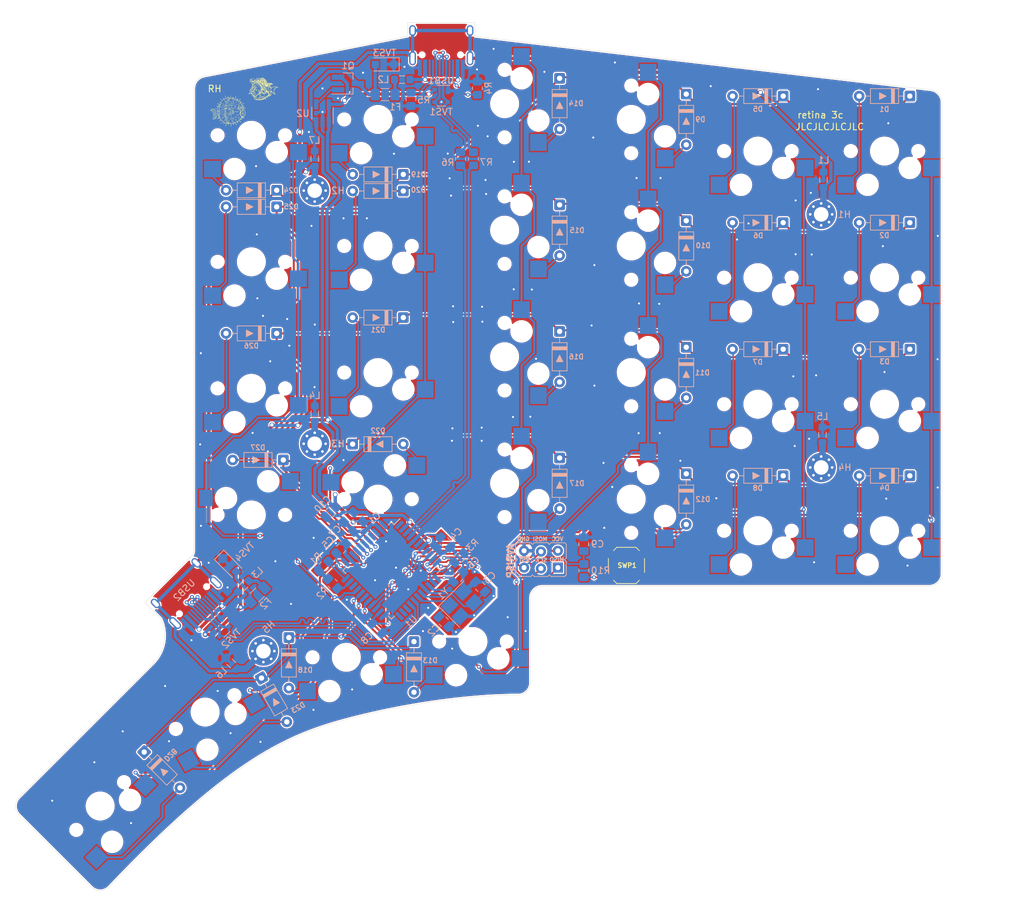
<source format=kicad_pcb>
(kicad_pcb (version 20211014) (generator pcbnew)
  (title_block (title "retina") (date "2022-09-06") (rev "3c"))
  (layers (0 "F.Cu" signal) (31 "B.Cu" signal) (34 "B.Paste" user) (35 "F.Paste" user) (36 "B.SilkS" user "B.Silkscreen") (37 "F.SilkS" user "F.Silkscreen") (38 "B.Mask" user) (39 "F.Mask" user) (44 "Edge.Cuts" user))
  (net 0 "")
  (net 1 "GND")
  (net 2 "+5V")
  (net 3 "XTAL1")
  (net 4 "XTAL2")
  (net 5 "/UCAP")
  (net 6 "ROW0")
  (net 7 "Net-(D1-Pad2)")
  (net 8 "ROW1")
  (net 9 "Net-(D2-Pad2)")
  (net 10 "ROW2")
  (net 11 "Net-(D3-Pad2)")
  (net 12 "ROW3")
  (net 13 "Net-(D4-Pad2)")
  (net 14 "Net-(D5-Pad2)")
  (net 15 "Net-(D6-Pad2)")
  (net 16 "Net-(D7-Pad2)")
  (net 17 "Net-(D8-Pad2)")
  (net 18 "Net-(D9-Pad2)")
  (net 19 "Net-(D10-Pad2)")
  (net 20 "Net-(D11-Pad2)")
  (net 21 "Net-(D12-Pad2)")
  (net 22 "ROW4")
  (net 23 "Net-(D13-Pad2)")
  (net 24 "Net-(D14-Pad2)")
  (net 25 "Net-(D15-Pad2)")
  (net 26 "Net-(D16-Pad2)")
  (net 27 "Net-(D17-Pad2)")
  (net 28 "Net-(D18-Pad2)")
  (net 29 "Net-(D19-Pad2)")
  (net 30 "Net-(D20-Pad2)")
  (net 31 "Net-(D21-Pad2)")
  (net 32 "Net-(D22-Pad2)")
  (net 33 "Net-(D23-Pad2)")
  (net 34 "Net-(D24-Pad2)")
  (net 35 "Net-(D25-Pad2)")
  (net 36 "Net-(D26-Pad2)")
  (net 37 "Net-(D27-Pad2)")
  (net 38 "Net-(D28-Pad2)")
  (net 39 "VBUS")
  (net 40 "GNDPWR")
  (net 41 "ESD+")
  (net 42 "ESD-")
  (net 43 "RESET")
  (net 44 "SCK")
  (net 45 "MISO")
  (net 46 "MOSI")
  (net 47 "COL0")
  (net 48 "COL1")
  (net 49 "COL2")
  (net 50 "COL3")
  (net 51 "COL4")
  (net 52 "COL5")
  (net 53 "/HWB")
  (net 54 "HDPIN")
  (net 55 "/CC2")
  (net 56 "/CC1")
  (net 57 "D-")
  (net 58 "D+")
  (net 71 "SDA")
  (net 72 "SCL")
  (net 74 "/HOSTPWR")
  (net 75 "/SPLITPWR")
  (net 76 "/FB1")
  (net 77 "/FB2")
  (net 78 "/SWRST")
  (net 79 "Net-(H3-Pad1)")
  (net 80 "Net-(H4-Pad1)")
  (net 83 "Net-(Q1-Pad1)")
  (footprint "puffy:MXOnly-1U-Hotswap" (layer "F.Cu") (at 126.549191 158.735847 -150)
    (fp_text reference "MX23")
    (fp_text value "MX-NoLED")
  )
  (footprint "puffy:MXOnly-1U-Hotswap" (layer "F.Cu") (at 133.502457 110.013699 180)
    (fp_text reference "MX26")
    (fp_text value "MX-NoLED")
  )
  (footprint "puffy:MXOnly-1U-Hotswap" (layer "F.Cu") (at 190.652736 69.5325 -90)
    (fp_text reference "MX9")
    (fp_text value "MX-NoLED")
  )
  (footprint "puffy:MXOnly-1U-Hotswap" (layer "F.Cu") (at 190.652736 126.6825 -90)
    (fp_text reference "MX12")
    (fp_text value "MX-NoLED")
  )
  (footprint "puffy:MXOnly-1U-Hotswap" (layer "F.Cu") (at 171.602406 124.301199 -90)
    (fp_text reference "MX17")
    (fp_text value "MX-NoLED")
  )
  (footprint "puffy:MXOnly-1U-Hotswap" (layer "F.Cu") (at 228.752736 93.345 180)
    (fp_text reference "MX2")
    (fp_text value "MX-NoLED")
  )
  (footprint "puffy:MXOnly-1U-Hotswap" (layer "F.Cu") (at 110.755191 172.880063 -135)
    (fp_text reference "MX28")
    (fp_text value "MX-NoLED")
  )
  (footprint "puffy:MXOnly-1U-Hotswap" (layer "F.Cu") (at 152.552736 126.6825)
    (fp_text reference "MX22")
    (fp_text value "MX-NoLED")
  )
  (footprint "puffy:MXOnly-1U-Hotswap" (layer "F.Cu") (at 147.792438 150.49493 180)
    (fp_text reference "MX18")
    (fp_text value "MX-NoLED")
  )
  (footprint "puffy:MXOnly-1U-Hotswap" (layer "F.Cu") (at 190.652736 107.6325 -90)
    (fp_text reference "MX11")
    (fp_text value "MX-NoLED")
  )
  (footprint "puffy:MXOnly-1U-Hotswap" (layer "F.Cu") (at 190.652736 88.5825 -90)
    (fp_text reference "MX10")
    (fp_text value "MX-NoLED")
  )
  (footprint "puffy:MXOnly-1U-Hotswap" (layer "F.Cu") (at 228.752736 112.395 180)
    (fp_text reference "MX3")
    (fp_text value "MX-NoLED")
  )
  (footprint "puffy:MXOnly-1U-Hotswap" (layer "F.Cu") (at 228.752736 131.445 180)
    (fp_text reference "MX4")
    (fp_text value "MX-NoLED")
  )
  (footprint "puffy:K2-1187SQ-A4SW-06" (layer "F.Cu") (at 189.9285 136.6647)
    (fp_text reference "SWP1")
    (fp_text value "SW_Push")
  )
  (footprint "puffy:MXOnly-1U-Hotswap" (layer "F.Cu") (at 171.602406 105.251199 -90)
    (fp_text reference "MX16")
    (fp_text value "MX-NoLED")
  )
  (footprint "puffy:MXOnly-1U-Hotswap" (layer "F.Cu") (at 166.842422 148.113682 180)
    (fp_text reference "MX13")
    (fp_text value "MX-NoLED")
  )
  (footprint "puffy:MXOnly-1U-Hotswap" (layer "F.Cu") (at 209.702736 112.395 180)
    (fp_text reference "MX7")
    (fp_text value "MX-NoLED")
  )
  (footprint "puffy:MXOnly-1U-Hotswap" (layer "F.Cu") (at 152.552736 107.6325 180)
    (fp_text reference "MX21")
    (fp_text value "MX-NoLED")
  )
  (footprint "puffy:MXOnly-1U-Hotswap" (layer "F.Cu") (at 133.502446 71.913742 180)
    (fp_text reference "MX24")
    (fp_text value "MX-NoLED")
  )
  (footprint "puffy:MXOnly-1U-Hotswap" (layer "F.Cu") (at 209.702736 131.445 180)
    (fp_text reference "MX8")
    (fp_text value "MX-NoLED")
  )
  (footprint "puffy:MXOnly-1U-Hotswap" (layer "F.Cu") (at 152.552736 69.5325 180)
    (fp_text reference "MX19")
    (fp_text value "MX-NoLED")
  )
  (footprint "puffy:nukepuffy" (layer "F.Cu") (at 135.31215 64.94145)
    (fp_text reference "G***" hide)
    (fp_text value "LOGO" hide)
  )
  (footprint "puffy:MXOnly-1U-Hotswap" (layer "F.Cu") (at 171.602406 67.15125 -90)
    (fp_text reference "MX14")
    (fp_text value "MX-NoLED")
  )
  (footprint "puffy:MXOnly-1U-Hotswap" (layer "F.Cu") (at 209.702736 93.345 180)
    (fp_text reference "MX6")
    (fp_text value "MX-NoLED")
  )
  (footprint "puffy:MXOnly-1U-Hotswap" (layer "F.Cu") (at 171.602406 86.201225 -90)
    (fp_text reference "MX15")
    (fp_text value "MX-NoLED")
  )
  (footprint "puffy:MXOnly-1U-Hotswap" (layer "F.Cu") (at 209.702736 74.295 180)
    (fp_text reference "MX5")
    (fp_text value "MX-NoLED")
  )
  (footprint "puffy:MXOnly-1U-Hotswap" (layer "F.Cu") (at 133.502446 90.963727 180)
    (fp_text reference "MX25")
    (fp_text value "MX-NoLED")
  )
  (footprint "puffy:MXOnly-1U-Hotswap" (layer "F.Cu") (at 228.752736 74.295 180)
    (fp_text reference "MX1")
    (fp_text value "MX-NoLED")
  )
  (footprint "puffy:ironpuffy" (layer "F.Cu") (at 129.97815 68.2371)
    (fp_text reference "G***" hide)
    (fp_text value "LOGO" hide)
  )
  (footprint "puffy:MXOnly-1U-Hotswap" (layer "F.Cu") (at 152.552736 88.5825 180)
    (fp_text reference "MX20")
    (fp_text value "MX-NoLED")
  )
  (footprint "puffy:MXOnly-1U-Hotswap" (layer "F.Cu") (at 133.502457 129.063699)
    (fp_text reference "MX27")
    (fp_text value "MX-NoLED")
  )
  (footprint "Package_TO_SOT_SMD:SOT-23_Handsoldering" (layer "B.Cu") (at 148.03755 64.1223)
    (fp_text reference "Q1")
    (fp_text value "IRLML6402")
  )
  (footprint "puffy:Conn_AVR_ISP_6" (layer "B.Cu") (at 177.06975 135.7884 90)
    (fp_text reference "J1" hide)
    (fp_text value "AVR-ISP-6" hide)
  )
  (footprint "Resistor_SMD:R_0805_2012Metric_Pad1.20x1.40mm_HandSolder" (layer "B.Cu") (at 157.5054 66.50355 -90)
    (fp_text reference "R5")
    (fp_text value "5.1k")
  )
  (footprint "Inductor_SMD:L_0805_2012Metric_Pad1.05x1.20mm_HandSolder" (layer "B.Cu") (at 132.30225 139.80795 -135)
    (fp_text reference "L3")
    (fp_text value "100R@100MHz")
  )
  (footprint "Capacitor_SMD:C_0805_2012Metric_Pad1.18x1.45mm_HandSolder" (layer "B.Cu") (at 162.687 133.17855 135)
    (fp_text reference "C4")
    (fp_text value "1uF")
  )
  (footprint "MountingHole:MountingHole_2.2mm_M2_Pad_Via" (layer "B.Cu") (at 135.312486 149.56155 180)
    (fp_text reference "H5")
    (fp_text value "MountingHole")
  )
  (footprint "puffy:D_DO-35_SOD27_P7.62mm" (layer "B.Cu") (at 179.877406 105.251199 -90)
    (fp_text reference "D16")
    (fp_text value "D_Small")
  )
  (footprint "Package_TO_SOT_SMD:SOT-143" (layer "B.Cu") (at 162.0774 65.97015 180)
    (fp_text reference "TVS1")
    (fp_text value "PRTR5V0U2X")
  )
  (footprint "puffy:D_DO-35_SOD27_P7.62mm" (layer "B.Cu") (at 209.702736 123.17 180)
    (fp_text reference "D8")
    (fp_text value "D_Small")
  )
  (footprint "puffy:D_DO-35_SOD27_P7.62mm" (layer "B.Cu") (at 179.877406 124.301199 -90)
    (fp_text reference "D17")
    (fp_text value "D_Small")
  )
  (footprint "Resistor_SMD:R_0805_2012Metric_Pad1.20x1.40mm_HandSolder" (layer "B.Cu") (at 164.76595 135.5217 -135)
    (fp_text reference "R3")
    (fp_text value "10k")
  )
  (footprint "MountingHole:MountingHole_2.2mm_M2_Pad_Via" (layer "B.Cu") (at 143.027745 118.348136 180)
    (fp_text reference "H3")
    (fp_text value "MountingHole")
  )
  (footprint "puffy:D_DO-35_SOD27_P7.62mm" (layer "B.Cu") (at 179.877406 67.15125 -90)
    (fp_text reference "D14")
    (fp_text value "D_Small")
  )
  (footprint "Fuse:Fuse_1206_3216Metric_Pad1.42x1.75mm_HandSolder" (layer "B.Cu") (at 153.6192 65.7987 180)
    (fp_text reference "F1")
    (fp_text value "500mA")
  )
  (footprint "Capacitor_SMD:C_0805_2012Metric_Pad1.18x1.45mm_HandSolder" (layer "B.Cu") (at 149.5806 130.81635 45)
    (fp_text reference "C1")
    (fp_text value "0.1uF")
  )
  (footprint "puffy:D_DO-35_SOD27_P7.62mm" (layer "B.Cu") (at 209.702736 66.02 180)
    (fp_text reference "D5")
    (fp_text value "D_Small")
  )
  (footprint "puffy:D_DO-35_SOD27_P7.62mm" (layer "B.Cu") (at 133.502446 101.738699 180)
    (fp_text reference "D26")
    (fp_text value "D_Small")
  )
  (footprint "Inductor_SMD:L_0805_2012Metric_Pad1.05x1.20mm_HandSolder" (layer "B.Cu") (at 219.5703 78.61935 -90)
    (fp_text reference "L1")
    (fp_text value "100R@100MHz")
  )
  (footprint "puffy:D_DO-35_SOD27_P7.62mm" (layer "B.Cu") (at 136.9314 156.91485 -60)
    (fp_text reference "D23")
    (fp_text value "D_Small")
  )
  (footprint "puffy:D_DO-35_SOD27_P7.62mm" (layer "B.Cu") (at 209.702736 85.07 180)
    (fp_text reference "D6")
    (fp_text value "D_Small")
  )
  (footprint "Capacitor_SMD:C_0805_2012Metric_Pad1.18x1.45mm_HandSolder" (layer "B.Cu") (at 145.44675 128.6256 45)
    (fp_text reference "C10")
    (fp_text value "10uF")
  )
  (footprint "Capacitor_SMD:C_0805_2012Metric_Pad1.18x1.45mm_HandSolder" (layer "B.Cu") (at 167.92825 139.88415 -45)
    (fp_text reference "C3")
    (fp_text value "22pF")
  )
  (footprint "puffy:D_DO-35_SOD27_P7.62mm" (layer "B.Cu") (at 179.877406 86.201225 -90)
    (fp_text reference "D15")
    (fp_text value "D_Small")
  )
  (footprint "puffy:D_DO-35_SOD27_P7.62mm" (layer "B.Cu") (at 228.752736 104.12 180)
    (fp_text reference "D3")
    (fp_text value "D_Small")
  )
  (footprint "Inductor_SMD:L_0805_2012Metric_Pad1.05x1.20mm_HandSolder" (layer "B.Cu") (at 219.4179 117.0051 -90)
    (fp_text reference "L5")
    (fp_text value "100R@100MHz")
  )
  (footprint "Resistor_SMD:R_0805_2012Metric_Pad1.20x1.40mm_HandSolder" (layer "B.Cu") (at 183.5277 137.44575 90)
    (fp_text reference "R10")
    (fp_text value "330R")
  )
  (footprint "MountingHole:MountingHole_2.2mm_M2_Pad_Via" (layer "B.Cu") (at 219.227745 83.820009 180)
    (fp_text reference "H1")
    (fp_text value "MountingHole")
  )
  (footprint "Resistor_SMD:R_0805_2012Metric_Pad1.20x1.40mm_HandSolder" (layer "B.Cu") (at 144.4015 136.79805 -135)
    (fp_text reference "R1")
    (fp_text value "1k")
  )
  (footprint "puffy:D_DO-35_SOD27_P7.62mm" (layer "B.Cu") (at 198.927736 69.5325 -90)
    (fp_text reference "D9")
    (fp_text value "D_Small")
  )
  (footprint "Package_QFP:TQFP-44_10x10mm_P0.8mm" (layer "B.Cu") (at 154.5742 137.4267 -135)
    (fp_text reference "U1")
    (fp_text value "ATmega32U4-A")
  )
  (footprint "puffy:HRO-TYPE-C-31-M-12-HandSoldering" (layer "B.Cu") (at 120.30341 137.486862 45)
    (fp_text reference "USB2")
    (fp_text value "HRO-TYPE-C-31-M-12")
  )
  (footprint "Inductor_SMD:L_0805_2012Metric_Pad1.05x1.20mm_HandSolder" (layer "B.Cu") (at 143.0274 75.438 -90)
    (fp_text reference "L7")
    (fp_text value "100R@100MHz")
  )
  (footprint "Package_TO_SOT_SMD:SOT-23-5_HandSoldering" (layer "B.Cu") (at 144.2085 68.59905 90)
    (fp_text reference "U2")
    (fp_text value "LMV321")
  )
  (footprint "Capacitor_SMD:C_0805_2012Metric_Pad1.18x1.45mm_HandSolder" (layer "B.Cu") (at 147.01135 134.112 -135)
    (fp_text reference "C5")
    (fp_text value "0.1uF")
  )
  (footprint "Capacitor_SMD:C_0805_2012Metric_Pad1.18x1.45mm_HandSolder" (layer "B.Cu") (at 152.42155 146.1516 135)
    (fp_text reference "C8")
    (fp_text value "0.1uF")
  )
  (footprint "Inductor_SMD:L_0805_2012Metric_Pad1.05x1.20mm_HandSolder" (layer "B.Cu") (at 143.04645 113.8047 -90)
    (fp_text reference "L4")
    (fp_text value "100R@100MHz")
  )
  (footprint "puffy:D_DO-35_SOD27_P7.62mm" (layer "B.Cu") (at 209.702736 104.12 180)
    (fp_text reference "D7")
    (fp_text value "D_Small")
  )
  (footprint "Capacitor_SMD:C_0805_2012Metric_Pad1.18x1.45mm_HandSolder" (layer "B.Cu") (at 162.44185 145.14195 135)
    (fp_text reference "C2")
    (fp_text value "22pF")
  )
  (footprint "puffy:D_DO-35_SOD27_P7.62mm" (layer "B.Cu") (at 152.552736 118.4075)
    (fp_text reference "D22")
    (fp_text value "D_Small")
  )
  (footprint "puffy:D_DO-35_SOD27_P7.62mm" (layer "B.Cu") (at 133.502446 82.688727 180)
    (fp_text reference "D25")
    (fp_text value "D_Small")
  )
  (footprint "Capacitor_SMD:C_0805_2012Metric_Pad1.18x1.45mm_HandSolder" (layer "B.Cu") (at 164.61355 138.39825 -135)
    (fp_text reference "C6")
    (fp_text value "0.1uF")
  )
  (footprint "puffy:D_DO-35_SOD27_P7.62mm" (layer "B.Cu") (at 198.927736 107.6325 -90)
    (fp_text reference "D11")
    (fp_text value "D_Small")
  )
  (footprint "puffy:D_DO-35_SOD27_P7.62mm" (layer "B.Cu") (at 228.752736 123.17 180)
    (fp_text reference "D4")
    (fp_text value "D_Small")
  )
  (footprint "puffy:D_DO-35_SOD27_P7.62mm" (layer "B.Cu") (at 198.927736 126.6825 -90)
    (fp_text reference "D12")
    (fp_text value "D_Small")
  )
  (footprint "Resistor_SMD:R_0805_2012Metric_Pad1.20x1.40mm_HandSolder" (layer "B.Cu") (at 167.50665 64.82715 90)
    (fp_text reference "R4")
    (fp_text value "5.1k")
  )
  (footprint "puffy:D_DO-35_SOD27_P7.62mm" (layer "B.Cu") (at 139.1412 151.3332 -90)
    (fp_text reference "D18")
    (fp_text value "D_Small")
  )
  (footprint "MountingHole:MountingHole_2.2mm_M2_Pad_Via" (layer "B.Cu") (at 219.227745 121.920009 180)
    (fp_text reference "H4")
    (fp_text value "MountingHole")
  )
  (footprint "puffy:D_DO-35_SOD27_P7.62mm" (layer "B.Cu") (at 133.502446 80.188742 180)
    (fp_text reference "D24")
    (fp_text value "D_Small")
  )
  (footprint "Capacitor_SMD:C_0805_2012Metric_Pad1.18x1.45mm_HandSolder" (layer "B.Cu") (at 148.15185 129.3876 -135)
    (fp_text reference "C7")
    (fp_text value "10uF")
  )
  (footprint "Resistor_SMD:R_0805_2012Metric_Pad1.20x1.40mm_HandSolder" (layer "B.Cu") (at 145.735 139.4079 135)
    (fp_text reference "R2")
    (fp_text value "10k")
  )
  (footprint "Resistor_SMD:R_0805_2012Metric_Pad1.20x1.40mm_HandSolder" (layer "B.Cu") (at 164.973 75.45705 -90)
    (fp_text reference "R6")
    (fp_text value "22R")
  )
  (footprint "Capacitor_SMD:C_0805_2012Metric_Pad1.18x1.45mm_HandSolder" (layer "B.Cu") (at 183.50865 133.4643 -90)
    (fp_text reference "C9")
    (fp_text value "0.1uF")
  )
  (footprint "Fuse:Fuse_1206_3216Metric_Pad1.42x1.75mm_HandSolder" (layer "B.Cu") (at 134.39775 141.10335 -135)
    (fp_text reference "F2")
    (fp_text value "500mA")
  )
  (footprint "puffy:D_DO-35_SOD27_P7.62mm" (layer "B.Cu") (at 152.552736 99.3575 180)
    (fp_text reference "D21")
    (fp_text value "D_Small")
  )
  (footprint "MountingHole:MountingHole_2.2mm_M2_Pad_Via" (layer "B.Cu") (at 143.027745 80.248136 180)
    (fp_text reference "H2")
    (fp_text value "MountingHole")
  )
  (footprint "Inductor_SMD:L_0805_2012Metric_Pad1.05x1.20mm_HandSolder" (layer "B.Cu") (at 156.19095 63.53175)
    (fp_text reference "L2")
    (fp_text value "100R@100MHz")
  )
  (footprint "Resistor_SMD:R_0805_2012Metric_Pad1.20x1.40mm_HandSolder" (layer "B.Cu") (at 166.9161 75.45705 -90)
    (fp_text reference "R7")
    (fp_text value "22R")
  )
  (footprint "puffy:D_DO-35_SOD27_P7.62mm" (layer "B.Cu") (at 152.552736 77.8075 180)
    (fp_text reference "D19")
    (fp_text value "D_Small")
  )
  (footprint "puffy:D_DO-35_SOD27_P7.62mm" (layer "B.Cu") (at 198.927736 88.5825 -90)
    (fp_text reference "D10")
    (fp_text value "D_Small")
  )
  (footprint "puffy:D_DO-35_SOD27_P7.62mm" (layer "B.Cu") (at 152.552736 80.3075 180)
    (fp_text reference "D20")
    (fp_text value "D_Small")
  )
  (footprint "puffy:D_DO-35_SOD27_P7.62mm" (layer "B.Cu") (at 228.752736 66.02 180)
    (fp_text reference "D1")
    (fp_text value "D_Small")
  )
  (footprint "Inductor_SMD:L_0805_2012Metric_Pad1.05x1.20mm_HandSolder" (layer "B.Cu") (at 130.47345 151.4094 -45)
    (fp_text reference "L6")
    (fp_text value "100R@100MHz")
  )
  (footprint "Diode_SMD:D_SOD-123F" (layer "B.Cu") (at 130.20675 136.6266 -45)
    (fp_text reference "TVS4")
    (fp_text value "SMF6.0CA")
  )
  (footprint "puffy:D_DO-35_SOD27_P7.62mm" (layer "B.Cu") (at 157.9651 151.9428 -90)
    (fp_text reference "D13")
    (fp_text value "D_Small")
  )
  (footprint "Package_TO_SOT_SMD:SOT-143" (layer "B.Cu") (at 128.7399 145.94205 -135)
    (fp_text reference "TVS2")
    (fp_text value "PRTR5V0U2X")
  )
  (footprint "puffy:D_DO-35_SOD27_P7.62mm" (layer "B.Cu") (at 134.502451 120.788709 180)
    (fp_text reference "D27")
    (fp_text value "D_Small")
  )
  (footprint "puffy:D_DO-35_SOD27_P7.62mm" (layer "B.Cu") (at 228.752736 85.07 180)
    (fp_text reference "D2")
    (fp_text value "D_Small")
  )
  (footprint "puffy:HRO-TYPE-C-31-M-12-HandSoldering" (layer "B.Cu") (at 162.077762 53.551813)
    (fp_text reference "USB1")
    (fp_text value "HRO-TYPE-C-31-M-12")
  )
  (footprint "Diode_SMD:D_SOD-123F" (layer "B.Cu") (at 153.543 61.24575 180)
    (fp_text reference "TVS3")
    (fp_text value "SMF6.0CA")
  )
  (footprint "Crystal:Crystal_SMD_3225-4Pin_3.2x2.5mm_HandSoldering" (layer "B.Cu") (at 165.166 142.494 45)
    (fp_text reference "Y1")
    (fp_text value "16MHz")
  )
  (footprint "puffy:D_DO-35_SOD27_P7.62mm" (layer "B.Cu") (at 120.07215 167.4495 -45)
    (fp_text reference "D28")
    (fp_text value "D_Small")
  )
  (gr_arc locked (start 237.383367 137.993705) (mid 236.825952 139.222189) (end 235.597452 139.77963) (layer "Edge.Cuts") (width 0.05))
  (gr_line locked (start 98.546947 171.626044) (end 118.722916 151.450075) (layer "Edge.Cuts") (width 0.05))
  (gr_line locked (start 237.383347 66.853869) (end 237.383367 137.993704) (layer "Edge.Cuts") (width 0.05))
  (gr_line locked (start 167.137607 57.030986) (end 235.597442 65.067929) (layer "Edge.Cuts") (width 0.05))
  (gr_line locked (start 126.6565 62.984088) (end 157.017343 57.030986) (layer "Edge.Cuts") (width 0.05))
  (gr_line locked (start 124.444613 135.310228) (end 117.513401 142.242031) (layer "Edge.Cuts") (width 0.05))
  (gr_arc locked (start 124.870575 134.515942) (mid 124.747206 134.961142) (end 124.444613 135.310228) (layer "Edge.Cuts") (width 0.05))
  (gr_line locked (start 117.513401 142.242031) (end 119.898774 144.627406) (layer "Edge.Cuts") (width 0.05))
  (gr_line locked (start 167.137607 54.947398) (end 167.137607 57.030986) (layer "Edge.Cuts") (width 0.05))
  (gr_arc locked (start 119.898774 144.627406) (mid 120.393307 148.225298) (end 118.722916 151.450075) (layer "Edge.Cuts") (width 0.05))
  (gr_curve locked (pts (xy 98.546947 171.626044) (xy 97.875605 172.346182) (xy 97.885545 173.465858) (xy 98.569567 174.173963)) (layer "Edge.Cuts") (width 0.05))
  (gr_line locked (start 235.597452 139.77963) (end 177.257086 139.77952) (layer "Edge.Cuts") (width 0.05))
  (gr_line locked (start 175.471201 141.565456) (end 175.471201 154.364253) (layer "Edge.Cuts") (width 0.05))
  (gr_arc locked (start 235.597442 65.067929) (mid 236.825918 65.625379) (end 237.383347 66.853869) (layer "Edge.Cuts") (width 0.05))
  (gr_curve locked (pts (xy 175.471201 154.364253) (xy 175.436697 155.348178) (xy 174.637938 156.13288) (xy 173.653555 156.149909)) (layer "Edge.Cuts") (width 0.05))
  (gr_curve locked (pts (xy 148.241222 159.714522) (xy 139.165452 162.088728) (xy 130.538915 165.646643) (xy 112.030254 185.109351)) (layer "Edge.Cuts") (width 0.05))
  (gr_line locked (start 124.870575 121.622176) (end 124.870645 64.770034) (layer "Edge.Cuts") (width 0.05))
  (gr_line locked (start 109.482336 185.086731) (end 98.569567 174.173963) (layer "Edge.Cuts") (width 0.05))
  (gr_line locked (start 157.017343 54.947398) (end 167.137607 54.947398) (layer "Edge.Cuts") (width 0.05))
  (gr_curve locked (pts (xy 173.653555 156.149909) (xy 166.841992 156.149817) (xy 157.316991 157.340316) (xy 148.241222 159.714522)) (layer "Edge.Cuts") (width 0.05))
  (gr_line locked (start 157.017343 57.030986) (end 157.017343 54.947398) (layer "Edge.Cuts") (width 0.05))
  (gr_arc locked (start 124.870645 64.770034) (mid 125.427979 63.541472) (end 126.6565 62.984088) (layer "Edge.Cuts") (width 0.05))
  (gr_curve locked (pts (xy 175.471201 141.565456) (xy 175.471192 141.091802) (xy 175.659343 140.637545) (xy 175.994262 140.302617)) (layer "Edge.Cuts") (width 0.05))
  (gr_curve locked (pts (xy 175.994262 140.302617) (xy 176.329181 139.967689) (xy 176.783433 139.779525) (xy 177.257086 139.77952)) (layer "Edge.Cuts") (width 0.05))
  (gr_line locked (start 124.870575 121.622176) (end 124.870575 134.515942) (layer "Edge.Cuts") (width 0.05))
  (gr_curve locked (pts (xy 112.030254 185.109351) (xy 111.310117 185.780694) (xy 110.190441 185.770753) (xy 109.482336 185.086731)) (layer "Edge.Cuts") (width 0.05))
  (gr_text "JLCJLCJLCJLC" (at 220.5228 70.6374) (layer "F.SilkS") (effects (font (size 1 1))))
  (gr_text "RH" (at 127.9779 64.9224) (layer "F.SilkS") (effects (font (size 1 1))))
  (gr_text "retina 3c" (at 219.1131 68.86575) (layer "F.SilkS") (effects (font (size 1 1))))
  (via (at 133.6929 116.71935) (size 0.6) (drill 0.3) (layers "F.Cu" "B.Cu") (net 1))
  (via (at 162.09645 66.9036) (size 0.6) (drill 0.3) (layers "F.Cu" "B.Cu") (net 1))
  (via (at 208.2927 85.1916) (size 0.6) (drill 0.3) (layers "F.Cu" "B.Cu") (net 1))
  (via (at 202.6158 64.52235) (size 0.6) (drill 0.3) (layers "F.Cu" "B.Cu") (net 1))
  (via (at 160.0987 143.04645) (size 0.6) (drill 0.3) (layers "F.Cu" "B.Cu") (net 1))
  (via (at 203.454 126.54915) (size 0.6) (drill 0.3) (layers "F.Cu" "B.Cu") (net 1))
  (via (at 229.3239 70.104) (size 0.6) (drill 0.3) (layers "F.Cu" "B.Cu") (net 1))
  (via (at 135.9789 119.50065) (size 0.6) (drill 0.3) (layers "F.Cu" "B.Cu") (net 1))
  (via (at 186.48045 121.2342) (size 0.6) (drill 0.3) (layers "F.Cu" "B.Cu") (net 1))
  (via (at 159.31765 146.55165) (size 0.6) (drill 0.3) (layers "F.Cu" "B.Cu") (net 1))
  (via (at 147.3708 84.41055) (size 0.6) (drill 0.3) (layers "F.Cu" "B.Cu") (net 1))
  (via (at 177.5841 62.3697) (size 0.6) (drill 0.3) (layers "F.Cu" "B.Cu") (net 1))
  (via (at 187.7949 124.8537) (size 0.6) (drill 0.3) (layers "F.Cu" "B.Cu") (net 1))
  (via (at 125.919232 130.702876) (size 0.6) (drill 0.3) (layers "F.Cu" "B.Cu") (net 1))
  (via (at 206.57405 87.61095) (size 0.6) (drill 0.3) (layers "F.Cu" "B.Cu") (net 1))
  (via (at 188.19495 60.96) (size 0.6) (drill 0.3) (layers "F.Cu" "B.Cu") (net 1))
  (via (at 142.875 132.5118) (size 0.6) (drill 0.3) (layers "F.Cu" "B.Cu") (net 1))
  (via (at 147.8661 141.82725) (size 0.6) (drill 0.3) (layers "F.Cu" "B.Cu") (net 1))
  (via (at 175.46955 114.28095) (size 0.6) (drill 0.3) (layers "F.Cu" "B.Cu") (net 1))
  (via (at 150.876 84.41055) (size 0.6) (drill 0.3) (layers "F.Cu" "B.Cu") (net 1))
  (via (at 236.73435 105.63225) (size 0.6) (drill 0.3) (layers "F.Cu" "B.Cu") (net 1))
  (via (at 217.79865 89.85885) (size 0.6) (drill 0.3) (layers "F.Cu" "B.Cu") (net 1))
  (via (at 142.55115 85.55355) (size 0.6) (drill 0.3) (layers "F.Cu" "B.Cu") (net 1))
  (via (at 143.00835 109.82325) (size 0.6) (drill 0.3) (layers "F.Cu" "B.Cu") (net 1))
  (via (at 228.503472 88.604561) (size 0.6) (drill 0.3) (layers "F.Cu" "B.Cu") (net 1))
  (via (at 134.20725 76.56195) (size 0.6) (drill 0.3) (layers "F.Cu" "B.Cu") (net 1))
  (via (at 191.82753 97.22999) (size 0.6) (drill 0.3) (layers "F.Cu" "B.Cu") (net 1))
  (via (at 135.255 99.0981) (size 0.6) (drill 0.3) (layers "F.Cu" "B.Cu") (net 1))
  (via (at 134.406786 96.459554) (size 0.6) (drill 0.3) (layers "F.Cu" "B.Cu") (net 1))
  (via (at 191.4525 78.35265) (size 0.6) (drill 0.3) (layers "F.Cu" "B.Cu") (net 1))
  (via (at 157.10535 140.26515) (size 0.6) (drill 0.3) (layers "F.Cu" "B.Cu") (net 1))
  (via (at 147.368414 120.811277) (size 0.6) (drill 0.3) (layers "F.Cu" "B.Cu") (net 1))
  (via (at 167.08755 137.59815) (size 0.6) (drill 0.3) (layers "F.Cu" "B.Cu") (net 1))
  (via (at 121.1199 163.12515) (size 0.6) (drill 0.3) (layers "F.Cu" "B.Cu") (net 1))
  (via (at 134.32155 86.8299) (size 0.6) (drill 0.3) (layers "F.Cu" "B.Cu") (net 1))
  (via (at 169.94505 58.9026) (size 0.6) (drill 0.3) (layers "F.Cu" "B.Cu") (net 1))
  (via (at 194.932882 116.749343) (size 0.6) (drill 0.3) (layers "F.Cu" "B.Cu") (net 1))
  (via (at 198.0438 120.91035) (size 0.6) (drill 0.3) (layers "F.Cu" "B.Cu") (net 1))
  (via (at 175.69815 95.1357) (size 0.6) (drill 0.3) (layers "F.Cu" "B.Cu") (net 1))
  (via (at 142.1511 71.41845) (size 0.6) (drill 0.3) (layers "F.Cu" "B.Cu") (net 1))
  (via (at 184.68975 100.5459) (size 0.6) (drill 0.3) (layers "F.Cu" "B.Cu") (net 1))
  (via (at 218.4654 108.0516) (size 0.6) (drill 0.3) (layers "F.Cu" "B.Cu") (net 1))
  (via (at 185.10885 109.59465) (size 0.6) (drill 0.3) (layers "F.Cu" "B.Cu") (net 1))
  (via (at 114.1476 161.63925) (size 0.6) (drill 0.3) (layers "F.Cu" "B.Cu") (net 1))
  (via (at 172.99305 75.91425) (size 0.6) (drill 0.3) (layers "F.Cu" "B.Cu") (net 1))
  (via (at 218.1606 136.18845) (size 0.6) (drill 0.3) (layers "F.Cu" "B.Cu") (net 1))
  (via (at 143.04645 100.41255) (size 0.6) (drill 0.3) (layers "F.Cu" "B.Cu") (net 1))
  (via (at 144.2085 68.40855) (size 0.6) (drill 0.3) (layers "F.Cu" "B.Cu") (net 1))
  (via (at 138.89355 99.57435) (size 0.6) (drill 0.3) (layers "F.Cu" "B.Cu") (net 1))
  (via (at 169.0497 72.06615) (size 0.6) (drill 0.3) (layers "F.Cu" "B.Cu") (net 1))
  (via (at 109.8804 166.28745) (size 0.6) (drill 0.3) (layers "F.Cu" "B.Cu") (net 1))
  (via (at 139.2174 103.5939) (size 0.6) (drill 0.3) (layers "F.Cu" "B.Cu") (net 1))
  (via (at 232.2195 136.68375) (size 0.6) (drill 0.3) (layers "F.Cu" "B.Cu") (net 1))
  (via (at 146.5326 66.35115) (size 0.6) (drill 0.3) (layers "F.Cu" "B.Cu") (net 1))
  (via (at 156.53385 61.6077) (size 0.6) (drill 0.3) (layers "F.Cu" "B.Cu") (net 1))
  (via (at 184.9374 72.25665) (size 0.6) (drill 0.3) (layers "F.Cu" "B.Cu") (net 1))
  (via (at 125.90145 104.71785) (size 0.6) (drill 0.3) (layers "F.Cu" "B.Cu") (net 1))
  (via (at 163.4109 137.44575) (size 0.6) (drill 0.3) (layers "F.Cu" "B.Cu") (net 1))
  (via (at 217.41765 117.59565) (size 0.6) (drill 0.3) (layers "F.Cu" "B.Cu") (net 1))
  (via (at 163.3347 78.39075) (size 0.6) (drill 0.3) (layers "F.Cu" "B.Cu") (net 1))
  (via (at 168.15435 115.91925) (size 0.6) (drill 0.3) (layers "F.Cu" "B.Cu") (net 1))
  (via (at 169.935916 141.25894) (size 0.6) (drill 0.3) (layers "F.Cu" "B.Cu") (net 1))
  (via (at 128.436421 155.557617) (size 0.6) (drill 0.3) (layers "F.Cu" "B.Cu") (net 1))
  (via (at 139.46505 142.4559) (size 0.6) (drill 0.3) (layers "F.Cu" "B.Cu") (net 1))
  (via (at 146.21125 133.3119) (size 0.6) (drill 0.3) (layers "F.Cu" "B.Cu") (net 1))
  (via (at 163.84905 97.6503) (size 0.6) (drill 0.3) (layers "F.Cu" "B.Cu") (net 1))
  (via (at 144.2085 64.86525) (size 0.6) (drill 0.3) (layers "F.Cu" "B.Cu") (net 1))
  (via (at 153.7716 133.0452) (size 0.6) (drill 0.3) (layers "F.Cu" "B.Cu") (net 1))
  (via (at 194.86245 97.28835) (size 0.6) (drill 0.3) (layers "F.Cu" "B.Cu") (net 1))
  (via (at 174.7678 146.55165) (size 0.6) (drill 0.3) (layers "F.Cu" "B.Cu") (net 1))
  (via (at 134.874 163.2204) (size 0.6) (drill 0.3) (layers "F.Cu" "B.Cu") (net 1))
  (via (at 152.11675 138.89355) (size 0.6) (drill 0.3) (layers "F.Cu" "B.Cu") (net 1))
  (via (at 236.77245 87.0585) (size 0.6) (drill 0.3) (layers "F.Cu" "B.Cu") (net 1))
  (via (at 154.55265 130.1115) (size 0.6) (drill 0.3) (layers "F.Cu" "B.Cu") (net 1))
  (via (at 150.303645 62.499598) (size 0.6) (drill 0.3) (layers "F.Cu" "B.Cu") (net 1))
  (via (at 172.8597 114.31905) (size 0.6) (drill 0.3) (layers "F.Cu" "B.Cu") (net 1))
  (via (at 154.9527 74.69505) (size 0.6) (drill 0.3) (layers "F.Cu" "B.Cu") (net 1))
  (via (at 215.24595 118.6815) (size 0.6) (drill 0.3) (layers "F.Cu" "B.Cu") (net 1))
  (via (at 228.7524 107.5563) (size 0.6) (drill 0.3) (layers "F.Cu" "B.Cu") (net 1))
  (via (at 163.7538 116.03355) (size 0.6) (drill 0.3) (layers "F.Cu" "B.Cu") (net 1))
  (via (at 120.52935 154.81935) (size 0.6) (drill 0.3) (layers "F.Cu" "B.Cu") (net 1))
  (via (at 163.715255 149.185379) (size 0.6) (drill 0.3) (layers "F.Cu" "B.Cu") (net 1))
  (via (at 129.921 139.9794) (size 0.6) (drill 0.3) (layers "F.Cu" "B.Cu") (net 1))
  (via (at 191.7573 116.75745) (size 0.6) (drill 0.3) (layers "F.Cu" "B.Cu") (net 1))
  (via (at 103.540475 172.079315) (size 0.6) (drill 0.3) (layers "F.Cu" "B.Cu") (net 1))
  (via (at 236.7534 124.9299) (size 0.6) (drill 0.3) (layers "F.Cu" "B.Cu") (net 1))
  (via (at 186.59475 131.00685) (size 0.6) (drill 0.3) (layers "F.Cu" "B.Cu") (net 1))
  (via (at 163.8681 100.03155) (size 0.6) (drill 0.3) (layers "F.Cu" "B.Cu") (net 1))
  (via (at 185.10885 91.45905) (size 0.6) (drill 0.3) (layers "F.Cu" "B.Cu") (net 1))
  (via (at 168.8211 80.75295) (size 0.6) (drill 0.3) (layers "F.Cu" "B.Cu") (net 1))
  (via (at 148.6662 155.3337) (size 0.6) (drill 0.3) (layers "F.Cu" "B.Cu") (net 1))
  (via (at 167.027428 144.167428) (size 0.6) (drill 0.3) (layers "F.Cu" "B.Cu") (net 1))
  (via (at 168.2496 99.9744) (size 0.6) (drill 0.3) (layers "F.Cu" "B.Cu") (net 1))
  (via (at 124.49175 147.92325) (size 0.6) (drill 0.3) (layers "F.Cu" "B.Cu") (net 1))
  (via (at 215.3793 89.82075) (size 0.6) (drill 0.3) (layers "F.Cu" "B.Cu") (net 1))
  (via (at 195.05295 78.35265) (size 0.6) (drill 0.3) (layers "F.Cu" "B.Cu") (net 1))
  (via (at 136.34085 105.93705) (size 0.6) (drill 0.3) (layers "F.Cu" "B.Cu") (net 1))
  (via (at 167.4495 62.00775) (size 0.6) (drill 0.3) (layers "F.Cu" "B.Cu") (net 1))
  (via (at 163.54425 81.0006) (size 0.6) (drill 0.3) (layers "F.Cu" "B.Cu") (net 1))
  (via (at 164.2872 146.685) (size 0.6) (drill 0.3) (layers "F.Cu" "B.Cu") (net 1))
  (via (at 115.4049 175.4505) (size 0.6) (drill 0.3) (layers "F.Cu" "B.Cu") (net 1))
  (via (at 175.26 75.8952) (size 0.6) (drill 0.3) (layers "F.Cu" "B.Cu") (net 1))
  (via (at 215.0364 108.204) (size 0.6) (drill 0.3) (layers "F.Cu" "B.Cu") (net 1))
  (via (at 168.15435 117.902631) (size 0.6) (drill 0.3) (layers "F.Cu" "B.Cu") (net 1))
  (via (at 130.374801 161.913007) (size 0.6) (drill 0.3) (layers "F.Cu" "B.Cu") (net 1))
  (via (at 217.6653 80.5815) (size 0.6) (drill 0.3) (layers "F.Cu" "B.Cu") (net 1))
  (via (at 218.75115 64.97955) (size 0.6) (drill 0.3) (layers "F.Cu" "B.Cu") (net 1))
  (via (at 168.72585 78.6384) (size 0.6) (drill 0.3) (layers "F.Cu" "B.Cu") (net 1))
  (via (at 172.974 95.0976) (size 0.6) (drill 0.3) (layers "F.Cu" "B.Cu") (net 1))
  (via (at 172.0621 144.45615) (size 0.6) (drill 0.3) (layers "F.Cu" "B.Cu") (net 1))
  (via (at 125.801019 118.448139) (size 0.6) (drill 0.3) (layers "F.Cu" "B.Cu") (net 1))
  (via (at 215.3793 81.7245) (size 0.6) (drill 0.3) (layers "F.Cu" "B.Cu") (net 1))
  (via (at 142.852826 158.403873) (size 0.6) (drill 0.3) (layers "F.Cu" "B.Cu") (net 1))
  (via (at 137.118712 136.033331) (size 0.6) (drill 0.3) (layers "F.Cu" "B.Cu") (net 1))
  (via (at 168.2115 97.7265) (size 0.6) (drill 0.3) (layers "F.Cu" "B.Cu") (net 1))
  (via (at 176.3268 105.55605) (size 0.6) (drill 0.3) (layers "F.Cu" "B.Cu") (net 1))
  (via (at 163.6776 117.902631) (size 0.6) (drill 0.3) (layers "F.Cu" "B.Cu") (net 1))
  (via (at 155.2575 137.0076) (size 0.6) (drill 0.3) (layers "F.Cu" "B.Cu") (net 1))
  (via (at 229.0191 126.6063) (size 0.6) (drill 0.3) (layers "F.Cu" "B.Cu") (net 1))
  (via (at 163.04895 74.676) (size 0.6) (drill 0.3) (layers "F.Cu" "B.Cu") (net 1))
  (via (at 127.08255 136.26465) (size 0.6) (drill 0.3) (layers "F.Cu" "B.Cu") (net 1))
  (via (at 167.58285 70.485) (size 0.6) (drill 0.3) (layers "F.Cu" "B.Cu") (net 1))
  (via (at 158.988097 137.442839) (size 0.6) (drill 0.3) (layers "F.Cu" "B.Cu") (net 1))
  (segment (start 151.53382 130.524831) (end 150.508678 131.549973) (width 0.5) (layer "B.Cu") (net 1))
  (segment (start 143.832257 137.505157) (end 145.027893 138.700793) (width 0.5) (layer "B.Cu") (net 1))
  (segment (start 165.309073 137.702727) (end 165.309073 140.586463) (width 0.5) (layer "B.Cu") (net 1))
  (segment (start 143.694393 137.505157) (end 143.694393 135.752557) (width 0.5) (layer "B.Cu") (net 1))
  (segment (start 163.410773 145.875573) (end 164.953868 144.332478) (width 0.5) (layer "B.Cu") (net 1))
  (segment (start 154.365586 144.285636) (end 155.0695 144.98955) (width 0.5) (layer "B.Cu") (net 1))
  (segment (start 165.347173 136.032211) (end 165.347173 137.664627) (width 0.3) (layer "B.Cu") (net 1))
  (segment (start 168.855648 139.150527) (end 167.194627 139.150527) (width 0.5) (layer "B.Cu") (net 1))
  (segment (start 166.862378 144.332478) (end 167.027428 144.167428) (width 0.5) (layer "B.Cu") (net 1))
  (segment (start 162.668116 140.553234) (end 165.275844 140.553234) (width 0.25) (layer "B.Cu") (net 1))
  (segment (start 144.733625 134.713325) (end 146.068573 133.378377) (width 0.5) (layer "B.Cu") (net 1))
  (segment (start 155.0695 146.05635) (end 154.240627 146.885223) (width 0.5) (layer "B.Cu") (net 1))
  (segment (start 155.0695 144.98955) (end 155.0695 146.05635) (width 0.5) (layer "B.Cu") (net 1))
  (segment (start 162.411894 140.809456) (end 162.668116 140.553234) (width 0.25) (layer "B.Cu") (net 1))
  (segment (start 152.806433 131.13345) (end 152.197814 130.524831) (width 0.5) (layer "B.Cu") (net 1))
  (segment (start 150.508678 131.549973) (end 148.846977 131.549973) (width 0.5) (layer "B.Cu") (net 1))
  (segment (start 147.418227 130.121223) (end 145.475127 130.121223) (width 0.5) (layer "B.Cu") (net 1))
  (segment (start 153.372118 144.285636) (end 154.365586 144.285636) (width 0.5) (layer "B.Cu") (net 1))
  (segment (start 148.846977 131.549973) (end 147.418227 130.121223) (width 0.5) (layer "B.Cu") (net 1))
  (segment (start 146.068573 133.378377) (end 147.744973 133.378377) (width 0.5) (layer "B.Cu") (net 1))
  (segment (start 152.197814 130.524831) (end 151.53382 130.524831) (width 0.5) (layer "B.Cu") (net 1))
  (segment (start 147.672331 135.050314) (end 147.672331 133.451019) (width 0.5) (layer "B.Cu") (net 1))
  (segment (start 154.240627 146.885223) (end 153.155173 146.885223) (width 0.5) (layer "B.Cu") (net 1))
  (segment (start 169.935916 141.25894) (end 169.935916 140.230795) (width 0.5) (layer "B.Cu") (net 1))
  (segment (start 143.694393 135.752557) (end 144.733625 134.713325) (width 0.5) (layer "B.Cu") (net 1))
  (segment (start 167.027428 144.167428) (end 169.935916 141.25894) (width 0.5) (layer "B.Cu") (net 1))
  (segment (start 148.28095 135.658933) (end 147.672331 135.050314) (width 0.5) (layer "B.Cu") (net 1))
  (segment (start 144.733625 134.713325) (end 144.1704 134.1501) (width 0.5) (layer "B.Cu") (net 1))
  (segment (start 163.420623 134.105661) (end 165.347173 136.032211) (width 0.3) (layer "B.Cu") (net 1))
  (segment (start 160.219698 140.809456) (end 162.411894 140.809456) (width 0.25) (layer "B.Cu") (net 1))
  (segment (start 164.953868 144.332478) (end 166.862378 144.332478) (width 0.5) (layer "B.Cu") (net 1))
  (segment (start 145.475127 130.121223) (end 144.713127 129.359223) (width 0.5) (layer "B.Cu") (net 1))
  (segment (start 169.935916 140.230795) (end 168.855648 139.150527) (width 0.5) (layer "B.Cu") (net 1))
  (segment (start 159.73608 140.325838) (end 160.219698 140.809456) (width 0.25) (layer "B.Cu") (net 1))
  (segment (start 156.19345 134.32155) (end 156.26965 134.24535) (width 0.3) (layer "F.Cu") (net 2))
  (segment (start 131.88315 131.15925) (end 131.059036 130.335136) (width 0.5) (layer "F.Cu") (net 2))
  (segment (start 132.72135 126.389286) (end 132.72135 119.589343) (width 0.5) (layer "F.Cu") (net 2))
  (segment (start 158.1579 136.1336) (end 159.4487 136.1336) (width 0.3) (layer "F.Cu") (net 2))
  (segment (start 148.47445 129.634) (end 149.6365 129.634) (width 0.5) (layer "F.Cu") (net 2))
  (segment (start 131.88315 142.97025) (end 131.88315 131.15925) (width 0.5) (layer "F.Cu") (net 2))
  (segment (start 161.921448 134.43758) (end 172.665958 134.43758) (width 0.3) (layer "F.Cu") (net 2))
  (segment (start 154.812325 132.788025) (end 155.802925 133.778625) (width 0.5) (layer "F.Cu") (net 2))
  (segment (start 132.72135 119.589343) (end 136.593468 115.717225) (width 0.5) (layer "F.Cu") (net 2))
  (segment (start 148.49475 65.70345) (end 160.2105 65.70345) (width 0.5) (layer "F.Cu") (net 2))
  (segment (start 154.02175 145.40865) (end 153.98365 145.37055) (width 0.3) (layer "F.Cu") (net 2))
  (segment (start 136.593468 115.717225) (end 136.593468 115.505118) (width 0.5) (layer "F.Cu") (net 2))
  (segment (start 146.110116 125.992002) (end 146.110116 127.269666) (width 0.5) (layer "F.Cu") (net 2))
  (segment (start 159.4487 136.1336) (end 159.7177 135.8646) (width 0.3) (layer "F.Cu") (net 2))
  (segment (start 154.812325 133.185575) (end 154.812325 132.788025) (width 0.3) (layer "F.Cu") (net 2))
  (segment (start 147.58265 137.25755) (end 150.74035 137.25755) (width 0.3) (layer "F.Cu") (net 2))
  (segment (start 151.6583 129.634) (end 154.812325 132.788025) (width 0.5) (layer "F.Cu") (net 2))
  (segment (start 172.665958 134.43758) (end 173.760149 133.343389) (width 0.3) (layer "F.Cu") (net 2))
  (segment (start 150.74035 137.25755) (end 154.812325 133.185575) (width 0.3) (layer "F.Cu") (net 2))
  (segment (start 163.88965 138.4935) (end 165.4678 136.91535) (width 0.3) (layer "F.Cu") (net 2))
  (segment (start 153.98365 136.3599) (end 155.802925 134.540625) (width 0.3) (layer "F.Cu") (net 2))
  (segment (start 155.802925 134.540625) (end 155.802925 133.778625) (width 0.3) (layer "F.Cu") (net 2))
  (segment (start 156.26965 134.24535) (end 155.802925 133.778625) (width 0.5) (layer "F.Cu") (net 2))
  (segment (start 159.7177 135.8646) (end 160.494428 135.8646) (width 0.3) (layer "F.Cu") (net 2))
  (segment (start 162.4965 138.4935) (end 158.63185 138.4935) (width 0.3) (layer "F.Cu") (net 2))
  (segment (start 131.059036 128.0516) (end 132.72135 126.389286) (width 0.5) (layer "F.Cu") (net 2))
  (segment (start 165.4678 136.91535) (end 167.54475 136.91535) (width 0.3) (layer "F.Cu") (net 2))
  (segment (start 145.0199 114.7572) (end 141.322014 114.7572) (width 0.5) (layer "F.Cu") (net 2))
  (segment (start 178.66995 134.4549) (end 179.60975 134.4549) (width 0.3) (layer "F.Cu") (net 2))
  (segment (start 131.059036 130.335136) (end 131.059036 128.0516) (width 0.5) (layer "F.Cu") (net 2))
  (segment (start 156.26965 134.24535) (end 158.1579 136.1336) (width 0.3) (layer "F.Cu") (net 2))
  (segment (start 148.837025 130.124366) (end 149.327391 129.634) (width 0.3) (layer "F.Cu") (net 2))
  (segment (start 156.19345 136.0551) (end 156.19345 134.32155) (width 0.3) (layer "F.Cu") (net 2))
  (segment (start 162.4965 138.4935) (end 163.88965 138.4935) (width 0.3) (layer "F.Cu") (net 2))
  (segment (start 149.6365 129.634) (end 151.6583 129.634) (width 0.5) (layer "F.Cu") (net 2))
  (segment (start 131.88315 142.97025) (end 127.80645 147.04695) (width 0.5) (layer "F.Cu") (net 2))
  (segment (start 146.110116 127.269666) (end 148.47445 129.634) (width 0.5) (layer "F.Cu") (net 2))
  (segment (start 173.760149 133.343389) (end 177.558439 133.343389) (width 0.3) (layer "F.Cu") (net 2))
  (segment (start 147.50415 66.69405) (end 148.49475 65.70345) (width 0.5) (layer "F.Cu") (net 2))
  (segment (start 153.98365 145.37055) (end 153.98365 136.3599) (width 0.3) (layer "F.Cu") (net 2))
  (segment (start 158.63185 138.4935) (end 156.19345 136.0551) (width 0.3) (layer "F.Cu") (net 2))
  (segment (start 127.80645 147.04695) (end 126.5682 147.04695) (width 0.5) (layer "F.Cu") (net 2))
  (segment (start 146.97075 136.64565) (end 147.58265 137.25755) (width 0.3) (layer "F.Cu") (net 2))
  (segment (start 141.322014 114.7572) (end 140.507832 115.571382) (width 0.5) (layer "F.Cu") (net 2))
  (segment (start 160.494428 135.8646) (end 161.921448 134.43758) (width 0.3) (layer "F.Cu") (net 2))
  (segment (start 149.327391 129.634) (end 149.6365 129.634) (width 0.3) (layer "F.Cu") (net 2))
  (segment (start 177.558439 133.343389) (end 178.66995 134.4549) (width 0.3) (layer "F.Cu") (net 2))
  (via (at 147.50415 66.69405) (size 0.7) (drill 0.5) (layers "F.Cu" "B.Cu") (net 2))
  (via (at 162.4965 138.4935) (size 0.5) (drill 0.3) (layers "F.Cu" "B.Cu") (net 2))
  (via (at 146.110116 125.992002) (size 0.7) (drill 0.5) (layers "F.Cu" "B.Cu") (net 2))
  (via (at 131.88315 142.97025) (size 0.8) (drill 0.4) (layers "F.Cu" "B.Cu") (net 2))
  (via (at 146.97075 136.64565) (size 0.5) (drill 0.3) (layers "F.Cu" "B.Cu") (net 2))
  (via (at 145.0199 114.7572) (size 0.7) (drill 0.5) (layers "F.Cu" "B.Cu") (net 2))
  (via (at 160.2105 65.70345) (size 0.7) (drill 0.5) (layers "F.Cu" "B.Cu") (net 2))
  (via (at 154.02175 145.40865) (size 0.5) (drill 0.3) (layers "F.Cu" "B.Cu") (net 2))
  (via (at 136.593468 115.505118) (size 0.7) (drill 0.5) (layers "F.Cu" "B.Cu") (net 2))
  (via (at 140.507832 115.571382) (size 0.7) (drill 0.5) (layers "F.Cu" "B.Cu") (net 2))
  (via (at 126.5682 147.04695) (size 0.8) (drill 0.4) (layers "F.Cu" "B.Cu") (net 2))
  (via (at 167.54475 136.91535) (size 0.5) (drill 0.3) (layers "F.Cu" "B.Cu") (net 2))
  (via (at 148.837025 130.124366) (size 0.8) (drill 0.4) (layers "F.Cu" "B.Cu") (net 2))
  (segment (start 146.679669 78.901099) (end 144.9705 77.19193) (width 0.5) (layer "B.Cu") (net 2))
  (segment (start 145.0199 114.7572) (end 144.87525 114.61255) (width 0.5) (layer "B.Cu") (net 2))
  (segment (start 144.87525 114.61255) (end 144.87525 83.136876) (width 0.5) (layer "B.Cu") (net 2))
  (segment (start 160.876549 140.334936) (end 162.215342 140.334936) (width 0.3) (layer "B.Cu") (net 2))
  (segment (start 144.9705 71.41705) (end 144.9705 77.19193) (width 0.5) (layer "B.Cu") (net 2))
  (segment (start 133.345929 140.813529) (end 131.196699 138.664299) (width 0.5) (layer "B.Cu") (net 2))
  (segment (start 151.687927 144.838456) (end 152.806433 143.71995) (width 0.25) (layer "B.Cu") (net 2))
  (segment (start 162.4965 138.4935) (end 163.28005 138.4935) (width 0.3) (layer "B.Cu") (net 2))
  (segment (start 153.372118 130.567764) (end 152.729665 129.925311) (width 0.3) (layer "B.Cu") (net 2))
  (segment (start 143.742736 125.645236) (end 145.989477 127.891977) (width 0.5) (layer "B.Cu") (net 2))
  (segment (start 160.2105 65.70345) (end 160.394091 65.70345) (width 0.5) (layer "B.Cu") (net 2))
  (segment (start 136.659732 115.571382) (end 140.507832 115.571382) (width 0.5) (layer "B.Cu") (net 2))
  (segment (start 148.878664 130.082727) (end 148.837025 130.124366) (width 0.3) (layer "B.Cu") (net 2))
  (segment (start 147.937061 64.098011) (end 147.01135 63.1723) (width 0.5) (layer "B.Cu") (net 2))
  (segment (start 146.97075 136.64565) (end 146.277727 135.952627) (width 0.3) (layer "B.Cu") (net 2))
  (segment (start 145.1585 71.22905) (end 144.9705 71.41705) (width 0.5) (layer "B.Cu") (net 2))
  (segment (start 152.729665 129.925311) (end 150.471639 129.925311) (width 0.3) (layer "B.Cu") (net 2))
  (segment (start 146.451069 119.661057) (end 143.742736 122.36939) (width 0.5) (layer "B.Cu") (net 2))
  (segment (start 150.314223 130.082727) (end 148.878664 130.082727) (width 0.3) (layer "B.Cu") (net 2))
  (segment (start 126.5682 147.04695) (end 126.5682 146.770243) (width 0.5) (layer "B.Cu") (net 2))
  (segment (start 132.53085 142.97025) (end 133.345929 142.155171) (width 0.5) (layer "B.Cu") (net 2))
  (segment (start 144.87525 83.136876) (end 146.679669 81.332457) (width 0.5) (layer "B.Cu") (net 2))
  (segment (start 145.1585 69.94905) (end 145.1585 67.24905) (width 0.5) (layer "B.Cu") (net 2))
  (segment (start 167.54475 136.91535) (end 167.54475 136.886286) (width 0.3) (layer "B.Cu") (net 2))
  (segment (start 147.50415 66.69405) (end 146.94915 67.24905) (width 0.5) (layer "B.Cu") (net 2))
  (segment (start 145.0199 114.7572) (end 146.451069 116.188369) (width 0.5) (layer "B.Cu") (net 2))
  (segment (start 146.679669 81.332457) (end 146.679669 78.901099) (width 0.5) (layer "B.Cu") (net 2))
  (segment (start 146.94915 67.24905) (end 145.1585 67.24905) (width 0.5) (layer "B.Cu") (net 2))
  (segment (start 126.5682 146.770243) (end 127.361047 145.977396) (width 0.5) (layer "B.Cu") (net 2))
  (segment (start 145.1585 69.94905) (end 145.1585 71.22905) (width 0.5) (layer "B.Cu") (net 2))
  (segment (start 160.301765 139.760152) (end 160.876549 140.334936) (width 0.3) (layer "B.Cu") (net 2))
  (segment (start 151.687927 145.417977) (end 154.012423 145.417977) (width 0.3) (layer "B.Cu") (net 2))
  (segment (start 160.394091 65.70345) (end 161.077402 65.020139) (width 0.5) (layer "B.Cu") (net 2))
  (segment (start 136.593468 115.505118) (end 136.659732 115.571382) (width 0.5) (layer "B.Cu") (net 2))
  (segment (start 162.215342 140.334936) (end 163.418405 139.131873) (width 0.3) (layer "B.Cu") (net 2))
  (segment (start 154.012423 145.417977) (end 154.02175 145.40865) (width 0.3) (layer "B.Cu") (net 2))
  (segment (start 133.345929 142.155171) (end 133.345929 140.813529) (width 0.5) (layer "B.Cu") (net 2))
  (segment (start 143.742736 122.36939) (end 143.742736 125.645236) (width 0.5) (layer "B.Cu") (net 2))
  (segment (start 163.28005 138.4935) (end 163.879927 139.093377) (width 0.3) (layer "B.Cu") (net 2))
  (segment (start 167.54475 136.886286) (end 165.473057 134.814593) (width 0.3) (layer "B.Cu") (net 2))
  (segment (start 147.937061 66.261139) (end 147.937061 64.098011) (width 0.5) (layer "B.Cu") (net 2))
  (segment (start 146.110116 127.82172) (end 146.110116 125.992002) (width 0.5) (layer "B.Cu") (net 2))
  (segment (start 147.50415 66.69405) (end 147.937061 66.261139) (width 0.5) (layer "B.Cu") (net 2))
  (segment (start 146.451069 116.188369) (end 146.451069 119.661057) (width 0.5) (layer "B.Cu") (net 2))
  (segment (start 131.196699 138.664299) (end 131.196699 137.616549) (width 0.5) (layer "B.Cu") (net 2))
  (segment (start 146.277727 135.952627) (end 146.277727 134.845623) (width 0.3) (layer "B.Cu") (net 2))
  (segment (start 131.88315 142.97025) (end 132.53085 142.97025) (width 0.5) (layer "B.Cu") (net 2))
  (segment (start 146.430523 134.939877) (end 147.715264 136.224618) (width 0.25) (layer "B.Cu") (net 2))
  (segment (start 159.186882 142.039382) (end 162.660772 142.039382) (width 0.25) (layer "B.Cu") (net 3))
  (segment (start 158.604709 141.457209) (end 159.186882 142.039382) (width 0.25) (layer "B.Cu") (net 3))
  (segment (start 162.660772 142.039382) (end 163.327522 142.706132) (width 0.25) (layer "B.Cu") (net 3))
  (segment (start 161.708227 143.970573) (end 162.972668 142.706132) (width 0.25) (layer "B.Cu") (net 3))
  (segment (start 163.693804 141.002754) (end 165.48985 142.7988) (width 0.25) (layer "B.Cu") (net 4))
  (segment (start 165.48985 142.7988) (end 166.487546 142.7988) (width 0.25) (layer "B.Cu") (net 4))
  (segment (start 163.094896 141.002754) (end 163.693804 141.002754) (width 0.25) (layer "B.Cu") (net 4))
  (segment (start 159.654013 141.375142) (end 162.722508 141.375142) (width 0.25) (layer "B.Cu") (net 4))
  (segment (start 167.004478 142.275168) (end 168.661873 140.617773) (width 0.25) (layer "B.Cu") (net 4))
  (segment (start 162.722508 141.375142) (end 163.094896 141.002754) (width 0.25) (layer "B.Cu") (net 4))
  (segment (start 159.170394 140.891523) (end 159.654013 141.375142) (width 0.25) (layer "B.Cu") (net 4))
  (segment (start 159.8701 132.0546) (end 158.604709 133.319991) (width 0.249936) (layer "B.Cu") (net 5))
  (segment (start 161.33695 132.0546) (end 159.8701 132.0546) (width 0.249936) (layer "B.Cu") (net 5))
  (segment (start 161.955877 132.673527) (end 161.33695 132.0546) (width 0.249936) (layer "B.Cu") (net 5))
  (segment (start 144.041938 129.64465) (end 143.641888 129.64465) (width 0.3) (layer "F.Cu") (net 6))
  (segment (start 143.641888 129.64465) (end 140.508288 126.51105) (width 0.3) (layer "F.Cu") (net 6))
  (segment (start 139.88415 96.282929) (end 139.88415 87.7062) (width 0.3) (layer "F.Cu") (net 6))
  (segment (start 147.499638 133.10235) (end 144.041938 129.64465) (width 0.3) (layer "F.Cu") (net 6))
  (segment (start 156.362736 77.8075) (end 161.5748 77.8075) (width 0.3) (layer "F.Cu") (net 6))
  (segment (start 151.188436 82.9818) (end 156.362736 77.8075) (width 0.3) (layer "F.Cu") (net 6))
  (segment (start 161.5748 77.8075) (end 169.834848 69.547452) (width 0.3) (layer "F.Cu") (net 6))
  (segment (start 196.380434 63.175198) (end 180.043458 63.175198) (width 0.3) (layer "F.Cu") (net 6))
  (segment (start 213.512736 66.02) (end 214.715028 67.222292) (width 0.3) (layer "F.Cu") (net 6))
  (segment (start 140.105504 82.9818) (end 151.188436 82.9818) (width 0.3) (layer "F.Cu") (net 6))
  (segment (start 147.99945 133.10235) (end 147.499638 133.10235) (width 0.3) (layer "F.Cu") (net 6))
  (segment (start 231.360444 67.222292) (end 232.562736 66.02) (width 0.3) (layer "F.Cu") (net 6))
  (segment (start 137.312446 80.188742) (end 140.105504 82.9818) (width 0.3) (layer "F.Cu") (net 6))
  (segment (start 150.3426 135.4455) (end 147.99945 133.10235) (width 0.3) (layer "F.Cu") (net 6))
  (segment (start 139.88415 87.7062) (end 135.95985 83.7819) (width 0.3) (layer "F.Cu") (net 6))
  (segment (start 135.469068 102.930134) (end 135.469068 100.698012) (width 0.3) (layer "F.Cu") (net 6))
  (segment (start 140.508288 126.51105) (end 135.02383 126.51105) (width 0.3) (layer "F.Cu") (net 6))
  (segment (start 135.95985 83.7819) (end 135.95985 81.541338) (width 0.3) (layer "F.Cu") (net 6))
  (segment (start 150.3426 135.4836) (end 150.3426 135.4455) (width 0.3) (layer "F.Cu") (net 6))
  (segment (start 133.392618 124.879838) (end 133.392618 119.840567) (width 0.3) (layer "F.Cu") (net 6))
  (segment (start 198.927736 65.7225) (end 196.380434 63.175198) (width 0.3) (layer "F.Cu") (net 6))
  (segment (start 133.392618 119.840567) (end 140.364918 112.868266) (width 0.3) (layer "F.Cu") (net 6))
  (segment (start 140.364918 107.825984) (end 135.469068 102.930134) (width 0.3) (layer "F.Cu") (net 6))
  (segment (start 173.671204 69.547452) (end 179.877406 63.34125) (width 0.3) (layer "F.Cu") (net 6))
  (segment (start 212.310444 67.222292) (end 213.512736 66.02) (width 0.3) (layer "F.Cu") (net 6))
  (segment (start 169.834848 69.547452) (end 173.671204 69.547452) (width 0.3) (layer "F.Cu") (net 6))
  (segment (start 135.95985 81.541338) (end 137.312446 80.188742) (width 0.3) (layer "F.Cu") (net 6))
  (segment (start 198.927736 65.7225) (end 200.427528 67.222292) (width 0.3) (layer "F.Cu") (net 6))
  (segment (start 200.427528 67.222292) (end 212.310444 67.222292) (width 0.3) (layer "F.Cu") (net 6))
  (segment (start 135.02383 126.51105) (end 133.392618 124.879838) (width 0.3) (layer "F.Cu") (net 6))
  (segment (start 140.364918 112.868266) (end 140.364918 107.825984) (width 0.3) (layer "F.Cu") (net 6))
  (segment (start 135.469068 100.698012) (end 139.88415 96.282929) (width 0.3) (layer "F.Cu") (net 6))
  (segment (start 214.715028 67.222292) (end 231.360444 67.222292) (width 0.3) (layer "F.Cu") (net 6))
  (via (at 150.3426 135.4836) (size 0.6) (drill 0.3) (layers "F.Cu" "B.Cu") (net 6))
  (segment (start 150.3426 135.4836) (end 150.3426 135.478996) (width 0.3) (layer "B.Cu") (net 6))
  (segment (start 150.3426 135.478996) (end 149.41232 134.548716) (width 0.3) (layer "B.Cu") (net 6))
  (segment (start 222.910736 79.375) (end 224.950038 77.335698) (width 0.25) (layer "B.Cu") (net 7))
  (segment (start 224.950038 77.335698) (end 224.950038 66.027302) (width 0.25) (layer "B.Cu") (net 7))
  (segment (start 133.9977 120.0912) (end 140.97 113.1189) (width 0.3) (layer "F.Cu") (net 8))
  (segment (start 156.826313 79.843923) (end 177.330104 79.843923) (width 0.3) (layer "F.Cu") (net 8))
  (segment (start 180.043433 82.225198) (end 196.380434 82.225198) (width 0.3) (layer "F.Cu") (net 8))
  (segment (start 137.312446 84.27878) (end 137.312446 82.688727) (width 0.3) (layer "F.Cu") (net 8))
  (segment (start 140.605794 125.90145) (end 135.269946 125.90145) (width 0.3) (layer "F.Cu") (net 8))
  (segment (start 231.210435 86.422301) (end 232.562736 85.07) (width 0.3) (layer "F.Cu") (net 8))
  (segment (start 140.97 107.57535) (end 136.07415 102.6795) (width 0.3) (layer "F.Cu") (net 8))
  (segment (start 177.330104 79.843923) (end 179.877406 82.391225) (width 0.3) (layer "F.Cu") (net 8))
  (segment (start 136.07415 102.6795) (end 136.07415 100.948645) (width 0.3) (layer "F.Cu") (net 8))
  (segment (start 151.43907 83.586882) (end 154.718452 80.3075) (width 0.3) (layer "F.Cu") (net 8))
  (segment (start 144.249044 129.14465) (end 143.848994 129.14465) (width 0.3) (layer "F.Cu") (net 8))
  (segment (start 198.927736 84.7725) (end 200.427528 86.272292) (width 0.3) (layer "F.Cu") (net 8))
  (segment (start 148.58035 132.57835) (end 147.682743 132.57835) (width 0.3) (layer "F.Cu") (net 8))
  (segment (start 140.489232 87.455567) (end 137.312446 84.27878) (width 0.3) (layer "F.Cu") (net 8))
  (segment (start 133.9977 124.629204) (end 133.9977 120.0912) (width 0.3) (layer "F.Cu") (net 8))
  (segment (start 212.310444 86.272292) (end 213.512736 85.07) (width 0.3) (layer "F.Cu") (net 8))
  (segment (start 154.718452 80.3075) (end 156.362736 80.3075) (width 0.3) (layer "F.Cu") (net 8))
  (segment (start 139.854871 83.586882) (end 151.43907 83.586882) (width 0.3) (layer "F.Cu") (net 8))
  (segment (start 200.427528 86.272292) (end 212.310444 86.272292) (width 0.3) (layer "F.Cu") (net 8))
  (segment (start 213.512736 85.07) (end 214.865037 86.422301) (width 0.3) (layer "F.Cu") (net 8))
  (segment (start 140.489232 96.533563) (end 140.489232 87.455567) (width 0.3) (layer "F.Cu") (net 8))
  (segment (start 196.380434 82.225198) (end 198.927736 84.7725) (width 0.3) (layer "F.Cu") (net 8))
  (segment (start 140.97 113.1189) (end 140.97 107.57535) (width 0.3) (layer "F.Cu") (net 8))
  (segment (start 136.07415 100.948645) (end 140.489232 96.533563) (width 0.3) (layer "F.Cu") (net 8))
  (segment (start 137.343223 82.65795) (end 138.925938 82.65795) (width 0.3) (layer "F.Cu") (net 8))
  (segment (start 135.269946 125.90145) (end 133.9977 124.629204) (width 0.3) (layer "F.Cu") (net 8))
  (segment (start 150.929716 134.927716) (end 148.58035 132.57835) (width 0.3) (layer "F.Cu") (net 8))
  (segment (start 143.848994 129.14465) (end 140.605794 125.90145) (width 0.3) (layer "F.Cu") (net 8))
  (segment (start 214.865037 86.422301) (end 231.210435 86.422301) (width 0.3) (layer "F.Cu") (net 8))
  (segment (start 150.929716 134.939372) (end 150.929716 134.927716) (width 0.3) (layer "F.Cu") (net 8))
  (segment (start 138.925938 82.65795) (end 139.854871 83.586882) (width 0.3) (layer "F.Cu") (net 8))
  (segment (start 147.682743 132.57835) (end 144.249044 129.14465) (width 0.3) (layer "F.Cu") (net 8))
  (via (at 150.929716 134.939372) (size 0.6) (drill 0.3) (layers "F.Cu" "B.Cu") (net 8))
  (segment (start 150.929716 134.939372) (end 150.929716 134.925216) (width 0.3) (layer "B.Cu") (net 8))
  (segment (start 150.929716 134.925216) (end 149.978006 133.973506) (width 0.3) (layer "B.Cu") (net 8))
  (segment (start 224.950038 96.385698) (end 224.950038 85.077302) (width 0.25) (layer "B.Cu") (net 9))
  (segment (start 222.910736 98.425) (end 224.950038 96.385698) (width 0.25) (layer "B.Cu") (net 9))
  (segment (start 213.512736 104.12) (end 212.310444 105.322292) (width 0.3) (layer "F.Cu") (net 10))
  (segment (start 141.5796 113.365016) (end 141.5796 107.329234) (width 0.3) (layer "F.Cu") (net 10))
  (segment (start 198.927736 103.8225) (end 196.380434 101.275198) (width 0.3) (layer "F.Cu") (net 10))
  (segment (start 196.380434 101.275198) (end 180.043407 101.275198) (width 0.3) (layer "F.Cu") (net 10))
  (segment (start 177.330104 98.893897) (end 179.877406 101.441199) (width 0.3) (layer "F.Cu") (net 10))
  (segment (start 137.312446 101.738699) (end 153.981537 101.738699) (width 0.3) (layer "F.Cu") (net 10))
  (segment (start 231.360444 105.322292) (end 214.715028 105.322292) (width 0.3) (layer "F.Cu") (net 10))
  (segment (start 153.981537 101.738699) (end 156.362736 99.3575) (width 0.3) (layer "F.Cu") (net 10))
  (segment (start 156.826339 98.893897) (end 177.330104 98.893897) (width 0.3) (layer "F.Cu") (net 10))
  (segment (start 141.5796 107.329234) (end 137.312446 103.06208) (width 0.3) (layer "F.Cu") (net 10))
  (segment (start 214.715028 105.322292) (end 213.512736 104.12) (width 0.3) (layer "F.Cu") (net 10))
  (segment (start 137.11015 117.834466) (end 141.5796 113.365016) (width 0.3) (layer "F.Cu") (net 10))
  (segment (start 151.50465 134.35965) (end 151.50465 134.3406) (width 0.3) (layer "F.Cu") (net 10))
  (segment (start 137.312446 103.06208) (end 137.312446 101.738699) (width 0.3) (layer "F.Cu") (net 10))
  (segment (start 137.11015 121.6987) (end 137.11015 117.834466) (width 0.3) (layer "F.Cu") (net 10))
  (segment (start 144.0561 128.64465) (end 137.11015 121.6987) (width 0.3) (layer "F.Cu") (net 10))
  (segment (start 212.310444 105.322292) (end 200.427528 105.322292) (width 0.3) (layer "F.Cu") (net 10))
  (segment (start 144.45615 128.64465) (end 144.0561 128.64465) (width 0.3) (layer "F.Cu") (net 10))
  (segment (start 147.88985 132.07835) (end 144.45615 128.64465) (width 0.3) (layer "F.Cu") (net 10))
  (segment (start 151.50465 134.3406) (end 149.2424 132.07835) (width 0.3) (layer "F.Cu") (net 10))
  (segment (start 232.562736 104.12) (end 231.360444 105.322292) (width 0.3) (layer "F.Cu") (net 10))
  (segment (start 149.2424 132.07835) (end 147.88985 132.07835) (width 0.3) (layer "F.Cu") (net 10))
  (segment (start 200.427528 105.322292) (end 198.927736 103.8225) (width 0.3) (layer "F.Cu") (net 10))
  (via (at 151.50465 134.35965) (size 0.6) (drill 0.3) (layers "F.Cu" "B.Cu") (net 10))
  (segment (start 151.50465 134.35965) (end 151.50465 134.35715) (width 0.3) (layer "B.Cu") (net 10))
  (segment (start 151.50465 134.35715) (end 150.543691 133.396191) (width 0.3) (layer "B.Cu") (net 10))
  (segment (start 222.910736 117.475) (end 224.950038 115.435698) (width 0.25) (layer "B.Cu") (net 11))
  (segment (start 224.950038 115.435698) (end 224.950038 104.127302) (width 0.25) (layer "B.Cu") (net 11))
  (segment (start 148.096956 131.57835) (end 144.663256 128.14465) (width 0.3) (layer "F.Cu") (net 12))
  (segment (start 213.512736 123.17) (end 212.310444 124.372292) (width 0.3) (layer "F.Cu") (net 12))
  (segment (start 152.186106 133.860006) (end 149.90445 131.57835) (width 0.3) (layer "F.Cu") (net 12))
  (segment (start 138.47417 120.950428) (end 144.225572 120.950428) (width 0.3) (layer "F.Cu") (net 12))
  (segment (start 144.225572 120.950428) (end 146.7685 118.4075) (width 0.3) (layer "F.Cu") (net 12))
  (segment (start 231.210435 124.522301) (end 214.865037 124.522301) (width 0.3) (layer "F.Cu") (net 12))
  (segment (start 149.90445 131.57835) (end 148.096956 131.57835) (width 0.3) (layer "F.Cu") (net 12))
  (segment (start 200.427528 124.372292) (end 198.927736 122.8725) (width 0.3) (layer "F.Cu") (net 12))
  (segment (start 144.263206 128.14465) (end 138.312451 122.193895) (width 0.3) (layer "F.Cu") (net 12))
  (segment (start 146.7685 118.4075) (end 148.742736 118.4075) (width 0.3) (layer "F.Cu") (net 12))
  (segment (start 212.310444 124.372292) (end 200.427528 124.372292) (width 0.3) (layer "F.Cu") (net 12))
  (segment (start 176.486557 117.10035) (end 179.877406 120.491199) (width 0.3) (layer "F.Cu") (net 12))
  (segment (start 152.186106 133.860205) (end 152.186106 133.860006) (width 0.3) (layer "F.Cu") (net 12))
  (segment (start 150.049886 117.10035) (end 176.486557 117.10035) (width 0.3) (layer "F.Cu") (net 12))
  (segment (start 144.663256 128.14465) (end 144.263206 128.14465) (width 0.3) (layer "F.Cu") (net 12))
  (segment (start 232.562736 123.17) (end 231.210435 124.522301) (width 0.3) (layer "F.Cu") (net 12))
  (segment (start 138.312451 122.193895) (end 138.312451 120.788709) (width 0.3) (layer "F.Cu") (net 12))
  (segment (start 148.742736 118.4075) (end 150.049886 117.10035) (width 0.3) (layer "F.Cu") (net 12))
  (segment (start 214.865037 124.522301) (end 213.512736 123.17) (width 0.3) (layer "F.Cu") (net 12))
  (segment (start 198.927736 122.8725) (end 196.380434 120.325198) (width 0.3) (layer "F.Cu") (net 12))
  (segment (start 196.380434 120.325198) (end 180.043407 120.325198) (width 0.3) (layer "F.Cu") (net 12))
  (via (at 152.186106 133.860205) (size 0.6) (drill 0.3) (layers "F.Cu" "B.Cu") (net 12))
  (segment (start 151.82057 133.494669) (end 151.77354 133.494669) (width 0.3) (layer "B.Cu") (net 12))
  (segment (start 151.77354 133.494669) (end 151.109377 132.830506) (width 0.3) (layer "B.Cu") (net 12))
  (segment (start 152.186106 133.860205) (end 151.82057 133.494669) (width 0.3) (layer "B.Cu") (net 12))
  (segment (start 222.910736 136.525) (end 224.950038 134.485698) (width 0.25) (layer "B.Cu") (net 13))
  (segment (start 224.950038 134.485698) (end 224.950038 123.177302) (width 0.25) (layer "B.Cu") (net 13))
  (segment (start 203.860736 79.375) (end 206.1591 77.076636) (width 0.25) (layer "B.Cu") (net 14))
  (segment (start 206.1591 77.076636) (end 206.1591 66.286364) (width 0.25) (layer "B.Cu") (net 14))
  (segment (start 205.94955 85.126814) (end 205.94955 96.336186) (width 0.25) (layer "B.Cu") (net 15))
  (segment (start 205.94955 96.336186) (end 203.860736 98.425) (width 0.25) (layer "B.Cu") (net 15))
  (segment (start 203.860736 117.475) (end 205.98765 115.348086) (width 0.25) (layer "B.Cu") (net 16))
  (segment (start 205.98765 115.348086) (end 205.98765 104.214914) (width 0.25) (layer "B.Cu") (net 16))
  (segment (start 206.25435 134.131386) (end 206.25435 123.531614) (width 0.25) (layer "B.Cu") (net 17))
  (segment (start 203.860736 136.525) (end 206.25435 134.131386) (width 0.25) (layer "B.Cu") (net 17))
  (segment (start 195.732736 75.3745) (end 196.895736 75.3745) (width 0.25) (layer "B.Cu") (net 18))
  (segment (start 196.895736 75.3745) (end 198.927736 73.3425) (width 0.25) (layer "B.Cu") (net 18))
  (segment (start 195.732736 94.4245) (end 196.895736 94.4245) (width 0.25) (layer "B.Cu") (net 19))
  (segment (start 196.895736 94.4245) (end 198.927736 92.3925) (width 0.25) (layer "B.Cu") (net 19))
  (segment (start 195.732736 113.4745) (end 196.895736 113.4745) (width 0.25) (layer "B.Cu") (net 20))
  (segment (start 196.895736 113.4745) (end 198.927736 111.4425) (width 0.25) (layer "B.Cu") (net 20))
  (segment (start 196.895736 132.5245) (end 198.927736 130.4925) (width 0.25) (layer "B.Cu") (net 21))
  (segment (start 195.732736 132.5245) (end 196.895736 132.5245) (width 0.25) (layer "B.Cu") (net 21))
  (segment (start 147.0279 147.3708) (end 148.8973 145.5014) (width 0.3) (layer "F.Cu") (net 22))
  (segment (start 148.8973 145.5014) (end 148.8973 141.9987) (width 0.3) (layer "F.Cu") (net 22))
  (via (at 147.0279 147.3708) (size 0.6) (drill 0.3) (layers "F.Cu" "B.Cu") (net 22))
  (via (at 148.8973 141.9987) (size 0.6) (drill 0.3) (layers "F.Cu" "B.Cu") (net 22))
  (segment (start 148.8973 141.972229) (end 149.978006 140.891523) (width 0.3) (layer "B.Cu") (net 22))
  (segment (start 157.005329 149.092571) (end 157.9651 148.1328) (width 0.3) (layer "B.Cu") (net 22))
  (segment (start 127.76835 153.8859) (end 117.378073 164.276177) (width 0.3) (layer "B.Cu") (net 22))
  (segment (start 147.0279 147.3708) (end 146.9898 147.3327) (width 0.3) (layer "B.Cu") (net 22))
  (segment (start 148.8973 141.9987) (end 148.8973 141.972229) (width 0.3) (layer "B.Cu") (net 22))
  (segment (start 148.217888 147.3708) (end 149.939659 149.092571) (width 0.3) (layer "B.Cu") (net 22))
  (segment (start 139.1412 150.17115) (end 135.697057 153.615293) (width 0.3) (layer "B.Cu") (net 22))
  (segment (start 146.9898 147.3327) (end 139.3317 147.3327) (width 0.3) (layer "B.Cu") (net 22))
  (segment (start 134.755793 153.8859) (end 127.76835 153.8859) (width 0.3) (layer "B.Cu") (net 22))
  (segment (start 147.0279 147.3708) (end 148.217888 147.3708) (width 0.3) (layer "B.Cu") (net 22))
  (segment (start 139.1412 147.5232) (end 139.1412 150.17115) (width 0.3) (layer "B.Cu") (net 22))
  (segment (start 149.939659 149.092571) (end 157.005329 149.092571) (width 0.3) (layer "B.Cu") (net 22))
  (segment (start 157.9651 155.7528) (end 160.524218 153.193682) (width 0.3) (layer "B.Cu") (net 23))
  (segment (start 177.845406 72.99325) (end 179.877406 70.96125) (width 0.25) (layer "B.Cu") (net 24))
  (segment (start 176.682406 72.99325) (end 177.845406 72.99325) (width 0.25) (layer "B.Cu") (net 24))
  (segment (start 176.682406 92.043225) (end 177.845406 92.043225) (width 0.25) (layer "B.Cu") (net 25))
  (segment (start 177.845406 92.043225) (end 179.877406 90.011225) (width 0.25) (layer "B.Cu") (net 25))
  (segment (start 176.682406 111.093199) (end 177.845406 111.093199) (width 0.25) (layer "B.Cu") (net 26))
  (segment (start 177.845406 111.093199) (end 179.877406 109.061199) (width 0.25) (layer "B.Cu") (net 26))
  (segment (start 176.682406 130.143199) (end 177.845406 130.143199) (width 0.25) (layer "B.Cu") (net 27))
  (segment (start 177.845406 130.143199) (end 179.877406 128.111199) (width 0.25) (layer "B.Cu") (net 27))
  (segment (start 141.950438 155.57493) (end 139.57293 155.57493) (width 0.3) (layer "B.Cu") (net 28))
  (segment (start 146.710736 74.6125) (end 146.710736 75.7755) (width 0.25) (layer "B.Cu") (net 29))
  (segment (start 146.710736 75.7755) (end 148.742736 77.8075) (width 0.25) (layer "B.Cu") (net 29))
  (segment (start 149.1996 91.173636) (end 149.1996 80.764364) (width 0.25) (layer "B.Cu") (net 30))
  (segment (start 146.710736 93.6625) (end 149.1996 91.173636) (width 0.25) (layer "B.Cu") (net 30))
  (segment (start 149.56155 100.176314) (end 148.742736 99.3575) (width 0.25) (layer "B.Cu") (net 31))
  (segment (start 149.56155 109.861686) (end 149.56155 100.176314) (width 0.25) (layer "B.Cu") (net 31))
  (segment (start 146.710736 112.7125) (end 149.56155 109.861686) (width 0.25) (layer "B.Cu") (net 31))
  (segment (start 156.362736 118.586586) (end 158.394736 120.618586) (width 0.25) (layer "B.Cu") (net 32))
  (segment (start 135.193943 160.214407) (end 138.8364 160.214407) (width 0.3) (layer "B.Cu") (net 33))
  (segment (start 128.3208 167.08755) (end 135.193943 160.214407) (width 0.3) (layer "B.Cu") (net 33))
  (segment (start 124.029871 166.056256) (end 125.061165 167.08755) (width 0.3) (layer "B.Cu") (net 33))
  (segment (start 125.061165 167.08755) (end 128.3208 167.08755) (width 0.3) (layer "B.Cu") (net 33))
  (segment (start 129.692446 80.124346) (end 127.660446 78.092346) (width 0.25) (layer "B.Cu") (net 34))
  (segment (start 129.699748 94.004425) (end 129.699748 82.696029) (width 0.25) (layer "B.Cu") (net 35))
  (segment (start 127.660446 96.043727) (end 129.699748 94.004425) (width 0.25) (layer "B.Cu") (net 35))
  (segment (start 129.7686 112.985556) (end 127.660457 115.093699) (width 0.25) (layer "B.Cu") (net 36))
  (segment (start 129.7686 101.814853) (end 129.7686 112.985556) (width 0.25) (layer "B.Cu") (net 36))
  (segment (start 136.149467 120.788709) (end 130.692451 120.788709) (width 0.25) (layer "B.Cu") (net 37))
  (segment (start 139.344457 123.983699) (end 136.149467 120.788709) (width 0.25) (layer "B.Cu") (net 37))
  (segment (start 114.081367 180.603083) (end 110.216376 180.603083) (width 0.3) (layer "B.Cu") (net 38))
  (segment (start 122.766227 170.143577) (end 120.14835 172.761454) (width 0.3) (layer "B.Cu") (net 38))
  (segment (start 120.14835 174.5361) (end 114.081367 180.603083) (width 0.3) (layer "B.Cu") (net 38))
  (segment (start 120.14835 172.761454) (end 120.14835 174.5361) (width 0.3) (layer "B.Cu") (net 38))
  (segment (start 160.1343 132.8928) (end 160.04155 132.8928) (width 0.5) (layer "F.Cu") (net 39))
  (segment (start 157.3555 130.20675) (end 157.3555 130.1496) (width 0.5) (layer "F.Cu") (net 39))
  (segment (start 160.04155 132.8928) (end 157.3555 130.20675) (width 0.5) (layer "F.Cu") (net 39))
  (via (at 157.3555 130.1496) (size 0.7) (drill 0.5) (layers "F.Cu" "B.Cu") (net 39))
  (via (at 160.1343 132.8928) (size 0.7) (drill 0.5) (layers "F.Cu" "B.Cu") (net 39))
  (segment (start 145.75155 119.371306) (end 143.042736 122.08012) (width 0.5) (layer "B.Cu") (net 39))
  (segment (start 143.042736 122.08012) (end 143.042736 125.935186) (width 0.5) (layer "B.Cu") (net 39))
  (segment (start 157.3555 130.1496) (end 156.3649 129.159) (width 0.5) (layer "B.Cu") (net 39))
  (segment (start 156.37165 131.13345) (end 157.3555 130.1496) (width 0.5) (layer "B.Cu") (net 39))
  (segment (start 142.483989 64.976839) (end 145.138039 62.322789) (width 0.5) (layer "B.Cu") (net 39))
  (segment (start 156.3649 129.159) (end 151.257 129.159) (width 0.5) (layer "B.Cu") (net 39))
  (segment (start 143.2585 71.22905) (end 144.27098 72.24153) (width 0.5) (layer "B.Cu") (net 39))
  (segment (start 144.90585 128.0847) (end 145.98765 129.166501) (width 0.5) (layer "B.Cu") (net 39))
  (segment (start 143.2585 69.94905) (end 142.483989 69.174539) (width 0.5) (layer "B.Cu") (net 39))
  (segment (start 144.17573 108.14152) (end 144.1704 108.14685) (width 0.5) (layer "B.Cu") (net 39))
  (segment (start 150.751977 128.653977) (end 148.885473 128.653977) (width 0.5) (layer "B.Cu") (net 39))
  (segment (start 151.21395 65.7987) (end 149.53755 64.1223) (width 0.5) (layer "B.Cu") (net 39))
  (segment (start 144.1704 115.11915) (end 145.75155 116.7003) (width 0.5) (layer "B.Cu") (net 39))
  (segment (start 143.2585 69.94905) (end 143.2585 71.22905) (width 0.5) (layer "B.Cu") (net 39))
  (segment (start 147.738039 62.322789) (end 149.53755 64.1223) (width 0.5) (layer "B.Cu") (net 39))
  (segment (start 147.223772 128.653977) (end 148.885473 128.653977) (width 0.5) (layer "B.Cu") (net 39))
  (segment (start 144.27098 77.48168) (end 145.98015 79.19085) (width 0.5) (layer "B.Cu") (net 39))
  (segment (start 151.257 129.159) (end 150.751977 128.653977) (width 0.5) (layer "B.Cu") (net 39))
  (segment (start 160.1343 132.997971) (end 159.170394 133.961877) (width 0.5) (layer "B.Cu") (net 39))
  (segment (start 143.042736 125.935186) (end 144.90585 127.7983) (width 0.5) (layer "B.Cu") (net 39))
  (segment (start 160.1343 132.8928) (end 160.1343 132.997971) (width 0.5) (layer "B.Cu") (net 39))
  (segment (start 152.1317 65.7987) (end 152.1317 61.25705) (width 0.5) (layer "B.Cu") (net 39))
  (segment (start 145.138039 62.322789) (end 147.738039 62.322789) (width 0.5) (layer "B.Cu") (net 39))
  (segment (start 144.17573 82.847126) (end 144.17573 108.14152) (width 0.5) (layer "B.Cu") (net 39))
  (segment (start 145.98015 81.042706) (end 144.17573 82.847126) (width 0.5) (layer "B.Cu") (net 39))
  (segment (start 145.98015 79.19085) (end 145.98015 81.042706) (width 0.5) (layer "B.Cu") (net 39))
  (segment (start 146.711248 129.166501) (end 147.223772 128.653977) (width 0.5) (layer "B.Cu") (net 39))
  (segment (start 145.98765 129.166501) (end 146.711248 129.166501) (width 0.5) (layer "B.Cu") (net 39))
  (segment (start 144.27098 72.24153) (end 144.27098 77.48168) (width 0.5) (layer "B.Cu") (net 39))
  (segment (start 142.483989 69.174539) (end 142.483989 64.976839) (width 0.5) (layer "B.Cu") (net 39))
  (segment (start 144.1704 108.14685) (end 144.1704 115.11915) (width 0.5) (layer "B.Cu") (net 39))
  (segment (start 144.90585 127.7983) (end 144.90585 128.0847) (width 0.5) (layer "B.Cu") (net 39))
  (segment (start 145.75155 116.7003) (end 145.75155 119.371306) (width 0.5) (layer "B.Cu") (net 39))
  (segment (start 152.1317 65.7987) (end 151.21395 65.7987) (width 0.5) (layer "B.Cu") (net 39))
  (segment (start 180.956413 60.331813) (end 166.397762 60.331813) (width 0.5) (layer "F.Cu") (net 40))
  (segment (start 140.41755 77.4192) (end 139.99845 77.8383) (width 0.5) (layer "F.Cu") (net 40))
  (segment (start 209.03565 65.4558) (end 206.0067 62.42685) (width 0.5) (layer "F.Cu") (net 40))
  (segment (start 140.79855 71.4375) (end 140.7795 71.41845) (width 0.5) (layer "F.Cu") (net 40))
  (segment (start 183.05145 62.42685) (end 180.956413 60.331813) (width 0.5) (layer "F.Cu") (net 40))
  (segment (start 127.097925 134.369302) (end 125.196589 136.270638) (width 0.5) (layer "F.Cu") (net 40))
  (segment (start 210.10245 65.4558) (end 209.03565 65.4558) (width 0.5) (layer "F.Cu") (net 40))
  (segment (start 141.6939 77.4192) (end 140.79855 76.52385) (width 0.5) (layer "F.Cu") (net 40))
  (segment (start 141.6939 77.4192) (end 140.41755 77.4192) (width 0.5) (layer "F.Cu") (net 40))
  (segment (start 140.79855 76.52385) (end 140.79855 71.4375) (width 0.5) (layer "F.Cu") (net 40))
  (segment (start 135.27405 77.8383) (end 131.674097 81.438253) (width 0.5) (layer "F.Cu") (net 40))
  (segment (start 131.674097 81.438253) (end 129.175844 81.438253) (width 0.5) (layer "F.Cu") (net 40))
  (segment (start 206.0067 62.42685) (end 183.05145 62.42685) (width 0.5) (layer "F.Cu") (net 40))
  (segment (start 127.097925 83.516172) (end 127.097925 134.369302) (width 0.5) (layer "F.Cu") (net 40))
  (segment (start 129.175844 81.438253) (end 127.097925 83.516172) (width 0.5) (layer "F.Cu") (net 40))
  (segment (start 139.99845 77.8383) (end 135.27405 77.8383) (width 0.5) (layer "F.Cu") (net 40))
  (via (at 141.6939 77.4192) (size 0.7) (drill 0.5) (layers "F.Cu" "B.Cu") (net 40))
  (via (at 210.10245 65.4558) (size 0.7) (drill 0.5) (layers "F.Cu" "B.Cu") (net 40))
  (via (at 140.7795 71.41845) (size 0.7) (drill 0.5) (layers "F.Cu" "B.Cu") (net 40))
  (segment (start 157.757762 56.151813) (end 166.397762 56.151813) (width 0.5) (layer "B.Cu") (net 40))
  (segment (start 210.10245 65.532) (end 220.69425 76.1238) (width 0.5) (layer "B.Cu") (net 40))
  (segment (start 140.8557 71.34225) (end 140.8557 63.8937) (width 0.5) (layer "B.Cu") (net 40))
  (segment (start 122.042893 147.417493) (end 127.1778 152.5524) (width 0.5) (layer "B.Cu") (net 40))
  (segment (start 131.286623 152.222573) (end 132.651463 152.222573) (width 1) (layer "B.Cu") (net 40))
  (segment (start 140.7795 71.41845) (end 140.8557 71.34225) (width 0.5) (layer "B.Cu") (net 40))
  (segment (start 220.69425 76.1238) (end 220.69425 78.6454) (width 0.5) (layer "B.Cu") (net 40))
  (segment (start 142.54415 76.588) (end 143.0274 76.588) (width 0.5) (layer "B.Cu") (net 40))
  (segment (start 127.1778 152.5524) (end 130.956796 152.5524) (width 0.5) (layer "B.Cu") (net 40))
  (segment (start 156.880999 59.45505) (end 157.757762 60.331813) (width 0.5) (layer "B.Cu") (net 40))
  (segment (start 151.00935 59.45505) (end 156.880999 59.45505) (width 0.5) (layer "B.Cu") (net 40))
  (segment (start 219.5703 79.76935) (end 219.5703 83.477454) (width 1) (layer "B.Cu") (net 40))
  (segment (start 149.3139 61.1505) (end 151.00935 59.45505) (width 0.5) (layer "B.Cu") (net 40))
  (segment (start 122.042893 145.335747) (end 119.087186 142.380041) (width 0.5) (layer "B.Cu") (net 40))
  (segment (start 143.5989 61.1505) (end 149.3139 61.1505) (width 0.5) (layer "B.Cu") (net 40))
  (segment (start 220.69425 78.6454) (end 219.5703 79.76935) (width 0.5) (layer "B.Cu") (net 40))
  (segment (start 210.10245 65.4558) (end 210.10245 65.532) (width 0.5) (layer "B.Cu") (net 40))
  (segment (start 157.757762 60.331813) (end 157.757762 56.151813) (width 0.5) (layer "B.Cu") (net 40))
  (segment (start 130.956796 152.5524) (end 131.286623 152.222573) (width 0.5) (layer "B.Cu") (net 40))
  (segment (start 140.8557 63.8937) (end 143.5989 61.1505) (width 0.5) (layer "B.Cu") (net 40))
  (segment (start 132.651463 152.222573) (end 135.312486 149.56155) (width 1) (layer "B.Cu") (net 40))
  (segment (start 141.6939 77.4192) (end 141.71295 77.4192) (width 0.5) (layer "B.Cu") (net 40))
  (segment (start 119.087186 142.380041) (end 125.196589 136.270638) (width 0.5) (layer "B.Cu") (net 40))
  (segment (start 122.042893 145.335747) (end 122.042893 147.417493) (width 0.5) (layer "B.Cu") (net 40))
  (segment (start 141.71295 77.4192) (end 142.54415 76.588) (width 0.5) (layer "B.Cu") (net 40))
  (segment (start 166.397762 56.151813) (end 166.397762 60.331813) (width 0.5) (layer "B.Cu") (net 40))
  (segment (start 125.196589 136.270638) (end 128.152295 139.226345) (width 0.5) (layer "B.Cu") (net 40))
  (segment (start 143.0274 76.588) (end 143.0274 80.247791) (width 1) (layer "B.Cu") (net 40))
  (segment (start 162.904262 60.0837) (end 162.882027 60.061465) (width 0.3) (layer "F.Cu") (net 41))
  (segment (start 162.882027 60.061465) (end 161.751262 60.061465) (width 0.3) (layer "F.Cu") (net 41))
  (via (at 161.751262 60.061465) (size 0.6) (drill 0.3) (layers "F.Cu" "B.Cu") (net 41))
  (via (at 162.904262 60.0837) (size 0.6) (drill 0.3) (layers "F.Cu" "B.Cu") (net 41))
  (segment (start 161.827762 60.137965) (end 161.827762 61.746813) (width 0.3) (layer "B.Cu") (net 41))
  (segment (start 162.3441 66.1797) (end 163.0774 66.913) (width 0.405562) (layer "B.Cu") (net 41))
  (segment (start 162.343681 68.398603) (end 162.343681 67.653869) (width 0.405562) (layer "B.Cu") (net 41))
  (segment (start 161.751262 60.061465) (end 161.827762 60.137965) (width 0.3) (layer "B.Cu") (net 41))
  (segment (start 166.210832 72.265754) (end 162.343681 68.398603) (width 0.405562) (layer "B.Cu") (net 41))
  (segment (start 162.904262 60.0837) (end 162.827762 60.1602) (width 0.3) (layer "B.Cu") (net 41))
  (segment (start 162.343681 67.653869) (end 163.0774 66.92015) (width 0.405562) (layer "B.Cu") (net 41))
  (segment (start 162.827762 60.1602) (end 162.827762 61.746813) (width 0.3) (layer "B.Cu") (net 41))
  (segment (start 166.9161 74.45705) (end 166.210832 73.751782) (width 0.405562) (layer "B.Cu") (net 41))
  (segment (start 162.82035 63.37935) (end 162.3441 63.8556) (width 0.405562) (layer "B.Cu") (net 41))
  (segment (start 162.82035 63.0174) (end 162.82035 63.37935) (width 0.405562) (layer "B.Cu") (net 41))
  (segment (start 166.210832 73.751782) (end 166.210832 72.265754) (width 0.405562) (layer "B.Cu") (net 41))
  (segment (start 162.3441 63.8556) (end 162.3441 66.1797) (width 0.405562) (layer "B.Cu") (net 41))
  (segment (start 161.190235 59.484965) (end 162.32505 59.484965) (width 0.3) (layer "F.Cu") (net 42))
  (segment (start 161.18205 59.49315) (end 161.190235 59.484965) (width 0.3) (layer "F.Cu") (net 42))
  (via (at 162.32505 59.484965) (size 0.6) (drill 0.3) (layers "F.Cu" "B.Cu") (net 42))
  (via (at 161.18205 59.49315) (size 0.6) (drill 0.3) (layers "F.Cu" "B.Cu") (net 42))
  (segment (start 161.812018 63.818818) (end 161.812018 66.185532) (width 0.405562) (layer "B.Cu") (net 42))
  (segment (start 161.811119 67.703869) (end 161.811119 68.618519) (width 0.405562) (layer "B.Cu") (net 42))
  (segment (start 163.687124 70.856784) (end 163.687125 70.856784) (width 0.405562) (layer "B.Cu") (net 42))
  (segment (start 161.327762 60.453276) (end 161.327762 61.746813) (width 0.3) (layer "B.Cu") (net 42))
  (segment (start 164.440281 71.247681) (end 165.678268 72.485668) (width 0.405562) (layer "B.Cu") (net 42))
  (segment (start 161.18205 59.49315) (end 161.174751 59.500449) (width 0.3) (layer "B.Cu") (net 42))
  (segment (start 163.687124 71.219043) (end 163.701442 71.233361) (width 0.405562) (layer "B.Cu") (net 42))
  (segment (start 161.811119 68.618519) (end 163.687125 70.494525) (width 0.405562) (layer "B.Cu") (net 42))
  (segment (start 164.425961 71.233359) (end 164.425961 71.23336) (width 0.405562) (layer "B.Cu") (net 42))
  (segment (start 164.425961 71.23336) (end 164.440281 71.247681) (width 0.405562) (layer "B.Cu") (net 42))
  (segment (start 161.327762 62.99835) (end 161.327762 63.334562) (width 0.405562) (layer "B.Cu") (net 42))
  (segment (start 164.063701 71.233362) (end 164.063702 71.233361) (width 0.405562) (layer "B.Cu") (net 42))
  (segment (start 165.678268 73.751782) (end 164.973 74.45705) (width 0.405562) (layer "B.Cu") (net 42))
  (segment (start 164.063702 71.233361) (end 164.063702 71.23336) (width 0.405562) (layer "B.Cu") (net 42))
  (segment (start 161.327762 63.334562) (end 161.812018 63.818818) (width 0.405562) (layer "B.Cu") (net 42))
  (segment (start 161.0774 66.97015) (end 161.811119 67.703869) (width 0.405562) (layer "B.Cu") (net 42))
  (segment (start 162.32505 59.484965) (end 162.327762 59.487677) (width 0.3) (layer "B.Cu") (net 42))
  (segment (start 163.687123 71.219043) (end 163.687124 71.219043) (width 0.405562) (layer "B.Cu") (net 42))
  (segment (start 162.327762 59.487677) (end 162.327762 61.746813) (width 0.3) (layer "B.Cu") (net 42))
  (segment (start 161.174751 60.300265) (end 161.327762 60.453276) (width 0.3) (layer "B.Cu") (net 42))
  (segment (start 161.174751 59.500449) (end 161.174751 60.300265) (width 0.3) (layer "B.Cu") (net 42))
  (segment (start 161.812018 66.185532) (end 161.0774 66.92015) (width 0.405562) (layer "B.Cu") (net 42))
  (segment (start 165.678268 72.485668) (end 165.678268 73.751782) (width 0.405562) (layer "B.Cu") (net 42))
  (arc (start 163.687125 70.494525) (mid 163.762151 70.675655) (end 163.687124 70.856784) (width 0.405562) (layer "B.Cu") (net 42))
  (arc (start 163.687124 70.856784) (mid 163.612097 71.037913) (end 163.687123 71.219043) (width 0.405562) (layer "B.Cu") (net 42))
  (arc (start 164.063702 71.23336) (mid 164.244831 71.158333) (end 164.425961 71.233359) (width 0.405562) (layer "B.Cu") (net 42))
  (arc (start 163.701442 71.233361) (mid 163.882571 71.308388) (end 164.063701 71.233362) (width 0.405562) (layer "B.Cu") (net 42))
  (segment (start 172.55025 135.44085) (end 162.607925 135.44085) (width 0.25) (layer "F.Cu") (net 43))
  (segment (start 162.607925 135.44085) (end 162.512175 135.5366) (width 0.25) (layer "F.Cu") (net 43))
  (segment (start 174.1043 136.9949) (end 172.55025 135.44085) (width 0.25) (layer "F.Cu") (net 43))
  (via (at 162.512175 135.5366) (size 0.6) (drill 0.3) (layers "F.Cu" "B.Cu") (net 43))
  (segment (start 175.85055 135.6741) (end 180.42255 135.6741) (width 0.25) (layer "B.Cu") (net 43))
  (segment (start 160.96284 137.579478) (end 162.293158 137.579478) (width 0.25) (layer "B.Cu") (net 43))
  (segment (start 183.50865 134.5018) (end 183.50865 136.4267) (width 0.249936) (layer "B.Cu") (net 43))
  (segment (start 180.42255 135.6741) (end 181.1942 136.44575) (width 0.25) (layer "B.Cu") (net 43))
  (segment (start 160.383832 138.710849) (end 160.383832 138.158486) (width 0.25) (layer "B.Cu") (net 43))
  (segment (start 163.366636 135.5366) (end 164.058843 136.228807) (width 0.249936) (layer "B.Cu") (net 43))
  (segment (start 162.512175 135.5366) (end 163.366636 135.5366) (width 0.249936) (layer "B.Cu") (net 43))
  (segment (start 174.52975 136.9949) (end 175.85055 135.6741) (width 0.25) (layer "B.Cu") (net 43))
  (segment (start 160.383832 138.158486) (end 160.96284 137.579478) (width 0.25) (layer "B.Cu") (net 43))
  (segment (start 162.293158 137.579478) (end 163.643829 136.228807) (width 0.25) (layer "B.Cu") (net 43))
  (segment (start 181.1942 136.44575) (end 183.5277 136.44575) (width 0.25) (layer "B.Cu") (net 43))
  (segment (start 160.86745 139.194467) (end 160.383832 138.710849) (width 0.25) (layer "B.Cu") (net 43))
  (segment (start 160.409151 137.155861) (end 160.298402 137.26661) (width 0.25) (layer "F.Cu") (net 44))
  (segment (start 174.079701 138.081411) (end 171.88914 135.89085) (width 0.25) (layer "F.Cu") (net 44))
  (segment (start 176.110239 138.081411) (end 174.079701 138.081411) (width 0.25) (layer "F.Cu") (net 44))
  (segment (start 160.617189 137.155861) (end 160.409151 137.155861) (width 0.25) (layer "F.Cu") (net 44))
  (segment (start 161.611939 136.161111) (end 160.617189 137.155861) (width 0.25) (layer "F.Cu") (net 44))
  (segment (start 177.06975 137.1219) (end 176.110239 138.081411) (width 0.25) (layer "F.Cu") (net 44))
  (segment (start 163.105182 135.89085) (end 162.834921 136.161111) (width 0.25) (layer "F.Cu") (net 44))
  (segment (start 162.834921 136.161111) (end 161.611939 136.161111) (width 0.25) (layer "F.Cu") (net 44))
  (segment (start 171.88914 135.89085) (end 163.105182 135.89085) (width 0.25) (layer "F.Cu") (net 44))
  (via (at 160.298402 137.26661) (size 0.6) (drill 0.3) (layers "F.Cu" "B.Cu") (net 44))
  (segment (start 160.298402 137.26661) (end 159.836467 137.26661) (width 0.25) (layer "B.Cu") (net 44))
  (segment (start 159.359889 136.035124) (end 160.301765 135.093248) (width 0.25) (layer "B.Cu") (net 44))
  (segment (start 159.836467 137.26661) (end 159.359889 136.790032) (width 0.25) (layer "B.Cu") (net 44))
  (segment (start 159.359889 136.790032) (end 159.359889 136.035124) (width 0.25) (layer "B.Cu") (net 44))
  (segment (start 163.4871 136.34085) (end 171.702744 136.34085) (width 0.25) (layer "F.Cu") (net 45))
  (segment (start 163.015 136.81295) (end 163.4871 136.34085) (width 0.25) (layer "F.Cu") (net 45))
  (segment (start 178.073719 138.530931) (end 179.60975 136.9949) (width 0.25) (layer "F.Cu") (net 45))
  (segment (start 171.702744 136.34085) (end 173.892825 138.530931) (width 0.25) (layer "F.Cu") (net 45))
  (segment (start 162.02275 136.81295) (end 163.015 136.81295) (width 0.25) (layer "F.Cu") (net 45))
  (segment (start 173.892825 138.530931) (end 178.073719 138.530931) (width 0.25) (layer "F.Cu") (net 45))
  (via (at 162.02275 136.81295) (size 0.6) (drill 0.3) (layers "F.Cu" "B.Cu") (net 45))
  (segment (start 162.021468 136.81295) (end 161.433136 136.224618) (width 0.25) (layer "B.Cu") (net 45))
  (segment (start 162.02275 136.81295) (end 162.021468 136.81295) (width 0.25) (layer "B.Cu") (net 45))
  (segment (start 175.7299 135.92175) (end 177.06975 134.5819) (width 0.25) (layer "F.Cu") (net 46))
  (segment (start 173.082668 134.9121) (end 162.118 134.9121) (width 0.25) (layer "F.Cu") (net 46))
  (segment (start 174.99316 135.92175) (end 175.7299 135.92175) (width 0.25) (layer "F.Cu") (net 46))
  (segment (start 160.49875 136.53135) (end 162.118 134.9121) (width 0.25) (layer "F.Cu") (net 46))
  (segment (start 174.078957 135.908389) (end 174.979799 135.908389) (width 0.25) (layer "F.Cu") (net 46))
  (segment (start 173.082668 134.9121) (end 174.078957 135.908389) (width 0.25) (layer "F.Cu") (net 46))
  (segment (start 159.9844 136.53135) (end 160.49875 136.53135) (width 0.25) (layer "F.Cu") (net 46))
  (segment (start 174.979799 135.908389) (end 174.99316 135.92175) (width 0.25) (layer "F.Cu") (net 46))
  (via (at 159.9844 136.53135) (size 0.6) (drill 0.3) (layers "F.Cu" "B.Cu") (net 46))
  (segment (start 159.9844 136.53135) (end 160.856817 135.658933) (width 0.25) (layer "B.Cu") (net 46))
  (segment (start 158.900568 135.307632) (end 160.270326 135.307632) (width 0.3) (layer "F.Cu") (net 47))
  (segment (start 157.158325 138.002375) (end 155.1051 140.0556) (width 0.3) (layer "F.Cu") (net 47))
  (segment (start 157.222193 138.002375) (end 157.158325 138.002375) (width 0.3) (layer "F.Cu") (net 47))
  (segment (start 183.01335 132.259632) (end 185.428182 129.8448) (width 0.3) (layer "F.Cu") (net 47))
  (segment (start 158.7246 135.4836) (end 158.900568 135.307632) (width 0.3) (layer "F.Cu") (net 47))
  (segment (start 203.562668 129.048798) (end 235.062048 129.048798) (width 0.3) (layer "F.Cu") (net 47))
  (segment (start 235.062048 129.048798) (end 235.8009 129.78765) (width 0.3) (layer "F.Cu") (net 47))
  (segment (start 161.692678 133.885279) (end 172.437187 133.885279) (width 0.3) (layer "F.Cu") (net 47))
  (segment (start 185.428182 129.8448) (end 192.809058 129.8448) (width 0.3) (layer "F.Cu") (net 47))
  (segment (start 192.809058 129.8448) (end 195.264132 132.299874) (width 0.3) (layer "F.Cu") (net 47))
  (segment (start 195.264132 132.299874) (end 200.311591 132.299874) (width 0.3) (layer "F.Cu") (net 47))
  (segment (start 160.270326 135.307632) (end 161.692678 133.885279) (width 0.3) (layer "F.Cu") (net 47))
  (segment (start 172.437187 133.885279) (end 174.062834 132.259632) (width 0.3) (layer "F.Cu") (net 47))
  (segment (start 174.062834 132.259632) (end 183.01335 132.259632) (width 0.3) (layer "F.Cu") (net 47))
  (segment (start 200.311591 132.299874) (end 203.562668 129.048798) (width 0.3) (layer "F.Cu") (net 47))
  (segment (start 155.1051 140.0556) (end 155.0289 140.0556) (width 0.3) (layer "F.Cu") (net 47))
  (via (at 157.222193 138.002375) (size 0.6) (drill 0.3) (layers "F.Cu" "B.Cu") (net 47))
  (via (at 235.8009 129.78765) (size 0.6) (drill 0.3) (layers "F.Cu" "B.Cu") (net 47))
  (via (at 158.7246 135.4836) (size 0.6) (drill 0.3) (layers "F.Cu" "B.Cu") (net 47))
  (via (at 155.0289 140.0556) (size 0.6) (drill 0.3) (layers "F.Cu" "B.Cu") (net 47))
  (segment (start 157.222193 137.843258) (end 158.21745 136.848001) (width 0.3) (layer "B.Cu") (net 47))
  (segment (start 235.837736 129.750814) (end 235.837736 114.935) (width 0.3) (layer "B.Cu") (net 47))
  (segment (start 158.21745 135.99075) (end 158.7246 135.4836) (width 0.3) (layer "B.Cu") (net 47))
  (segment (start 235.837736 114.935) (end 235.837736 95.885) (width 0.3) (layer "B.Cu") (net 47))
  (segment (start 152.749846 142.645167) (end 152.240748 143.154265) (width 0.3) (layer "B.Cu") (net 47))
  (segment (start 235.837736 95.885) (end 235.837736 76.835) (width 0.3) (layer "B.Cu") (net 47))
  (segment (start 235.837736 129.824486) (end 235.837736 133.985) (width 0.3) (layer "B.Cu") (net 47))
  (segment (start 235.8009 129.78765) (end 235.837736 129.750814) (width 0.3) (layer "B.Cu") (net 47))
  (segment (start 158.21745 136.848001) (end 158.21745 135.99075) (width 0.3) (layer "B.Cu") (net 47))
  (segment (start 155.0289 140.0556) (end 152.749846 142.334654) (width 0.3) (layer "B.Cu") (net 47))
  (segment (start 235.8009 129.78765) (end 235.837736 129.824486) (width 0.3) (layer "B.Cu") (net 47))
  (segment (start 152.749846 142.334654) (end 152.749846 142.645167) (width 0.3) (layer "B.Cu") (net 47))
  (segment (start 157.222193 138.002375) (end 157.222193 137.843258) (width 0.3) (layer "B.Cu") (net 47))
  (segment (start 160.019692 134.70255) (end 161.442045 133.280197) (width 0.3) (layer "F.Cu") (net 48))
  (segment (start 172.186553 133.280197) (end 173.8122 131.65455) (width 0.3) (layer "F.Cu") (net 48))
  (segment (start 182.762716 131.65455) (end 185.177548 129.239718) (width 0.3) (layer "F.Cu") (net 48))
  (segment (start 156.656858 137.437042) (end 156.656858 137.625285) (width 0.3) (layer "F.Cu") (net 48))
  (segment (start 200.060958 131.694792) (end 203.312034 128.443716) (width 0.3) (layer "F.Cu") (net 48))
  (segment (start 158.378584 134.70255) (end 160.019692 134.70255) (width 0.3) (layer "F.Cu") (net 48))
  (segment (start 203.312034 128.443716) (end 216.401301 128.443716) (width 0.3) (layer "F.Cu") (net 48))
  (segment (start 216.401301 128.443716) (end 216.5985 128.246517) (width 0.3) (layer "F.Cu") (net 48))
  (segment (start 156.656858 137.625285) (end 155.045694 139.23645) (width 0.3) (layer "F.Cu") (net 48))
  (segment (start 158.20615 134.874984) (end 158.378584 134.70255) (width 0.3) (layer "F.Cu") (net 48))
  (segment (start 173.8122 131.65455) (end 182.762716 131.65455) (width 0.3) (layer "F.Cu") (net 48))
  (segment (start 161.442045 133.280197) (end 172.186553 133.280197) (width 0.3) (layer "F.Cu") (net 48))
  (segment (start 193.059692 129.239718) (end 195.514766 131.694792) (width 0.3) (layer "F.Cu") (net 48))
  (segment (start 185.177548 129.239718) (end 193.059692 129.239718) (width 0.3) (layer "F.Cu") (net 48))
  (segment (start 155.045694 139.23645) (end 154.7241 139.23645) (width 0.3) (layer "F.Cu") (net 48))
  (segment (start 195.514766 131.694792) (end 200.060958 131.694792) (width 0.3) (layer "F.Cu") (net 48))
  (via (at 156.656858 137.437042) (size 0.6) (drill 0.3) (layers "F.Cu" "B.Cu") (net 48))
  (via (at 154.7241 139.23645) (size 0.6) (drill 0.3) (layers "F.Cu" "B.Cu") (net 48))
  (via (at 216.5985 128.246517) (size 0.6) (drill 0.3) (layers "F.Cu" "B.Cu") (net 48))
  (via (at 158.20615 134.874984) (size 0.6) (drill 0.3) (layers "F.Cu" "B.Cu") (net 48))
  (segment (start 151.788814 142.58858) (end 151.675062 142.58858) (width 0.3) (layer "B.Cu") (net 48))
  (segment (start 216.5985 128.246517) (end 216.61755 128.265567) (width 0.3) (layer "B.Cu") (net 48))
  (segment (start 216.625453 95.722717) (end 216.625453 76.997283) (width 0.3) (layer "B.Cu") (net 48))
  (segment (start 158.0746 135.006534) (end 158.20615 134.874984) (width 0.3) (layer "B.Cu") (net 48))
  (segment (start 154.3789 139.998494) (end 151.788814 142.58858) (width 0.3) (layer "B.Cu") (net 48))
  (segment (start 156.866408 137.437042) (end 157.67685 136.6266) (width 0.3) (layer "B.Cu") (net 48))
  (segment (start 157.67685 135.824244) (end 158.0746 135.426494) (width 0.3) (layer "B.Cu") (net 48))
  (segment (start 154.7241 139.23645) (end 154.3789 139.58165) (width 0.3) (layer "B.Cu") (net 48))
  (segment (start 216.787736 95.885) (end 216.787736 114.935) (width 0.3) (layer "B.Cu") (net 48))
  (segment (start 156.656858 137.437042) (end 156.866408 137.437042) (width 0.3) (layer "B.Cu") (net 48))
  (segment (start 158.0746 135.426494) (end 158.0746 135.006534) (width 0.3) (layer "B.Cu") (net 48))
  (segment (start 216.625453 128.219564) (end 216.625453 115.097283) (width 0.3) (layer "B.Cu") (net 48))
  (segment (start 157.67685 136.6266) (end 157.67685 135.824244) (width 0.3) (layer "B.Cu") (net 48))
  (segment (start 154.3789 139.58165) (end 154.3789 139.998494) (width 0.3) (layer "B.Cu") (net 48))
  (segment (start 151.845964 142.58858) (end 151.675062 142.58858) (width 0.3) (layer "B.Cu") (net 48))
  (segment (start 216.5985 128.246517) (end 216.625453 128.219564) (width 0.3) (layer "B.Cu") (net 48))
  (segment (start 216.61755 128.265567) (end 216.61755 133.814814) (width 0.3) (layer "B.Cu") (net 48))
  (segment (start 166.28995 150.51405) (end 156.8221 150.51405) (width 0.3) (layer "F.Cu") (net 49))
  (segment (start 156.8221 150.51405) (end 150.55465 144.2466) (width 0.3) (layer "F.Cu") (net 49))
  (segment (start 167.719516 151.920434) (end 167.696334 151.920434) (width 0.3) (layer "F.Cu") (net 49))
  (segment (start 150.55465 144.2466) (end 150.55465 143.50365) (width 0.3) (layer "F.Cu") (net 49))
  (segment (start 167.696334 151.920434) (end 166.28995 150.51405) (width 0.3) (layer "F.Cu") (net 49))
  (via (at 167.719516 151.920434) (size 0.6) (drill 0.3) (layers "F.Cu" "B.Cu") (net 49))
  (via (at 150.55465 143.50365) (size 0.6) (drill 0.3) (layers "F.Cu" "B.Cu") (net 49))
  (segment (start 193.192736 71.335564) (end 193.192736 81.4975) (width 0.3) (layer "B.Cu") (net 49))
  (segment (start 193.192736 89.737864) (end 193.192736 100.5475) (width 0.3) (layer "B.Cu") (net 49))
  (segment (start 188.6712 122.73915) (end 178.86045 132.5499) (width 0.3) (layer "B.Cu") (net 49))
  (segment (start 150.547977 143.496977) (end 150.547977 142.584294) (width 0.3) (layer "B.Cu") (net 49))
  (segment (start 195.16725 105.17505) (end 193.192736 107.149564) (width 0.3) (layer "B.Cu") (net 49))
  (segment (start 195.095038 83.399802) (end 195.095038 87.835562) (width 0.3) (layer "B.Cu") (net 49))
  (segment (start 150.547977 142.584294) (end 151.109377 142.022894) (width 0.3) (layer "B.Cu") (net 49))
  (segment (start 195.095038 69.433262) (end 193.192736 71.335564) (width 0.3) (layer "B.Cu") (net 49))
  (segment (start 193.192736 62.4475) (end 195.095038 64.349802) (width 0.3) (layer "B.Cu") (net 49))
  (segment (start 178.86045 132.5499) (end 174.3456 132.5499) (width 0.3) (layer "B.Cu") (net 49))
  (segment (start 190.796553 119.5975) (end 188.6712 121.722853) (width 0.3) (layer "B.Cu") (net 49))
  (segment (start 174.3456 132.5499) (end 172.87875 134.01675) (width 0.3) (layer "B.Cu") (net 49))
  (segment (start 171.895354 152.68575) (end 173.927422 150.653682) (width 0.3) (layer "B.Cu") (net 49))
  (segment (start 195.095038 87.835562) (end 193.192736 89.737864) (width 0.3) (layer "B.Cu") (net 49))
  (segment (start 174.0433 138.5722) (end 174.0433 150.537804) (width 0.3) (layer "B.Cu") (net 49))
  (segment (start 168.484832 152.68575) (end 171.895354 152.68575) (width 0.3) (layer "B.Cu") (net 49))
  (segment (start 195.16725 102.522014) (end 195.16725 105.17505) (width 0.3) (layer "B.Cu") (net 49))
  (segment (start 195.095038 64.349802) (end 195.095038 69.433262) (width 0.3) (layer "B.Cu") (net 49))
  (segment (start 193.192736 107.149564) (end 193.192736 119.5975) (width 0.3) (layer "B.Cu") (net 49))
  (segment (start 188.6712 121.722853) (end 188.6712 122.73915) (width 0.3) (layer "B.Cu") (net 49))
  (segment (start 167.719516 151.920434) (end 168.484832 152.68575) (width 0.3) (layer "B.Cu") (net 49))
  (segment (start 172.87875 134.01675) (end 172.87875 137.40765) (width 0.3) (layer "B.Cu") (net 49))
  (segment (start 193.192736 119.5975) (end 190.796553 119.5975) (width 0.3) (layer "B.Cu") (net 49))
  (segment (start 193.192736 81.4975) (end 195.095038 83.399802) (width 0.3) (layer "B.Cu") (net 49))
  (segment (start 172.87875 137.40765) (end 174.0433 138.5722) (width 0.3) (layer "B.Cu") (net 49))
  (segment (start 150.55465 143.50365) (end 150.547977 143.496977) (width 0.3) (layer "B.Cu") (net 49))
  (segment (start 193.192736 100.5475) (end 195.16725 102.522014) (width 0.3) (layer "B.Cu") (net 49))
  (segment (start 173.3931 139.15067) (end 173.3938 139.14997) (width 0.3) (layer "F.Cu") (net 50))
  (segment (start 156.047258 150.577408) (end 149.64025 144.1704) (width 0.3) (layer "F.Cu") (net 50))
  (segment (start 149.64025 144.1704) (end 149.64025 142.74165) (width 0.3) (layer "F.Cu") (net 50))
  (segment (start 156.047258 150.657742) (end 156.589366 151.19985) (width 0.3) (layer "F.Cu") (net 50))
  (segment (start 171.847858 153.449942) (end 173.3931 151.9047) (width 0.3) (layer "F.Cu") (net 50))
  (segment (start 156.047258 150.657742) (end 156.047258 150.577408) (width 0.3) (layer "F.Cu") (net 50))
  (segment (start 168.330492 153.449942) (end 171.847858 153.449942) (width 0.3) (layer "F.Cu") (net 50))
  (segment (start 156.589366 151.19985) (end 166.0804 151.19985) (width 0.3) (layer "F.Cu") (net 50))
  (segment (start 166.0804 151.19985) (end 168.330492 153.449942) (width 0.3) (layer "F.Cu") (net 50))
  (segment (start 173.3931 151.9047) (end 173.3931 139.15067) (width 0.3) (layer "F.Cu") (net 50))
  (via (at 149.64025 142.74165) (size 0.6) (drill 0.3) (layers "F.Cu" "B.Cu") (net 50))
  (via (at 156.047258 150.657742) (size 0.6) (drill 0.3) (layers "F.Cu" "B.Cu") (net 50))
  (via (at 173.3938 139.14997) (size 0.6) (drill 0.3) (layers "F.Cu" "B.Cu") (net 50))
  (segment (start 176.044708 61.968552) (end 176.044708 67.566692) (width 0.3) (layer "B.Cu") (net 50))
  (segment (start 174.142406 106.578394) (end 174.142406 117.216199) (width 0.3) (layer "B.Cu") (net 50))
  (segment (start 172.37875 137.614756) (end 172.37875 133.809643) (width 0.3) (layer "B.Cu") (net 50))
  (segment (start 149.64025 142.36065) (end 150.543691 141.457209) (width 0.3) (layer "B.Cu") (net 50))
  (segment (start 174.142406 88.590963) (end 174.142406 98.166199) (width 0.3) (layer "B.Cu") (net 50))
  (segment (start 176.044708 119.118501) (end 174.142406 117.216199) (width 0.3) (layer "B.Cu") (net 50))
  (segment (start 176.044708 81.018527) (end 176.044708 86.688661) (width 0.3) (layer "B.Cu") (net 50))
  (segment (start 176.044708 104.676092) (end 174.142406 106.578394) (width 0.3) (layer "B.Cu") (net 50))
  (segment (start 172.37875 133.809643) (end 174.2313 131.957094) (width 0.3) (layer "B.Cu") (net 50))
  (segment (start 174.142406 98.166199) (end 176.044708 100.068501) (width 0.3) (layer "B.Cu") (net 50))
  (segment (start 174.142406 60.06625) (end 176.044708 61.968552) (width 0.3) (layer "B.Cu") (net 50))
  (segment (start 174.2313 124.968) (end 176.044708 123.154592) (width 0.3) (layer "B.Cu") (net 50))
  (segment (start 176.044708 100.068501) (end 176.044708 104.676092) (width 0.3) (layer "B.Cu") (net 50))
  (segment (start 156.047258 150.657742) (end 155.54575 151.15925) (width 0.3) (layer "B.Cu") (net 50))
  (segment (start 155.54575 151.15925) (end 155.54575 152.3619) (width 0.3) (layer "B.Cu") (net 50))
  (segment (start 174.2313 131.957094) (end 174.2313 124.968) (width 0.3) (layer "B.Cu") (net 50))
  (segment (start 176.044708 123.154592) (end 176.044708 119.118501) (width 0.3) (layer "B.Cu") (net 50))
  (segment (start 173.3938 138.629806) (end 172.37875 137.614756) (width 0.3) (layer "B.Cu") (net 50))
  (segment (start 176.044708 67.566692) (end 174.142406 69.468994) (width 0.3) (layer "B.Cu") (net 50))
  (segment (start 174.142406 79.116225) (end 176.044708 81.018527) (width 0.3) (layer "B.Cu") (net 50))
  (segment (start 174.142406 69.468994) (end 174.142406 79.116225) (width 0.3) (layer "B.Cu") (net 50))
  (segment (start 149.64025 142.74165) (end 149.64025 142.36065) (width 0.3) (layer "B.Cu") (net 50))
  (segment (start 173.3938 139.14997) (end 173.3938 138.629806) (width 0.3) (layer "B.Cu") (net 50))
  (segment (start 176.044708 86.688661) (end 174.142406 88.590963) (width 0.3) (layer "B.Cu") (net 50))
  (segment (start 150.3807 136.5885) (end 147.77085 136.5885) (width 0.3) (layer "F.Cu") (net 51))
  (segment (start 145.3515 122.05335) (end 145.37055 122.0343) (width 0.3) (layer "F.Cu") (net 51))
  (segment (start 136.26465 155.46705) (end 133.29285 155.46705) (width 0.3) (layer "F.Cu") (net 51))
  (segment (start 153.0477 133.33095) (end 150.62835 130.9116) (width 0.3) (layer "F.Cu") (net 51))
  (segment (start 143.80845 138.523771) (end 143.80845 144.5514) (width 0.3) (layer "F.Cu") (net 51))
  (segment (start 150.62835 130.9116) (end 148.563598 130.9116) (width 0.3) (layer "F.Cu") (net 51))
  (segment (start 153.0477 133.9215) (end 153.0477 133.33095) (width 0.3) (layer "F.Cu") (net 51))
  (segment (start 147.77085 136.5885) (end 147.1137 135.93135) (width 0.3) (layer "F.Cu") (net 51))
  (segment (start 146.400871 135.93135) (end 143.80845 138.523771) (width 0.3) (layer "F.Cu") (net 51))
  (segment (start 141.0462 150.6855) (end 136.26465 155.46705) (width 0.3) (layer "F.Cu") (net 51))
  (segment (start 150.3807 136.5885) (end 153.0477 133.9215) (width 0.3) (layer "F.Cu") (net 51))
  (segment (start 148.563598 130.9116) (end 145.3515 127.699502) (width 0.3) (layer "F.Cu") (net 51))
  (segment (start 143.80845 144.5514) (end 141.0462 147.31365) (width 0.3) (layer "F.Cu") (net 51))
  (segment (start 141.0462 147.31365) (end 141.0462 150.6855) (width 0.3) (layer "F.Cu") (net 51))
  (segment (start 147.1137 135.93135) (end 146.400871 135.93135) (width 0.3) (layer "F.Cu") (net 51))
  (segment (start 145.3515 127.699502) (end 145.3515 122.05335) (width 0.3) (layer "F.Cu") (net 51))
  (via (at 145.37055 122.0343) (size 0.6) (drill 0.3) (layers "F.Cu" "B.Cu") (net 51))
  (via (at 133.29285 155.46705) (size 0.6) (drill 0.3) (layers "F.Cu" "B.Cu") (net 51))
  (via (at 150.3807 136.5885) (size 0.6) (drill 0.3) (layers "F.Cu" "B.Cu") (net 51))
  (segment (start 133.29285 155.46705) (end 133.954981 156.129181) (width 0.3) (layer "B.Cu") (net 51))
  (segment (start 159.637736 72.0725) (end 159.637736 91.1225) (width 0.3) (layer "B.Cu") (net 51))
  (segment (start 159.637736 110.1725) (end 159.637736 91.1225) (width 0.3) (layer "B.Cu") (net 51))
  (segment (start 150.3807 136.5885) (end 149.446848 135.654648) (width 0.3) (layer "B.Cu") (net 51))
  (segment (start 145.667736 124.1425) (end 159.637736 110.1725) (width 0.3) (layer "B.Cu") (net 51))
  (segment (start 149.446848 135.654648) (end 149.408035 135.654648) (width 0.3) (layer "B.Cu") (net 51))
  (segment (start 145.37055 122.0343) (end 145.3515 122.05335) (width 0.3) (layer "B.Cu") (net 51))
  (segment (start 149.408035 135.654648) (end 148.846635 135.093248) (width 0.3) (layer "B.Cu") (net 51))
  (segment (start 145.3515 122.05335) (end 145.3515 124.026264) (width 0.3) (layer "B.Cu") (net 51))
  (segment (start 144.6657 152.34285) (end 144.6657 147.27555) (width 0.3) (layer "F.Cu") (net 52))
  (segment (start 116.0907 167.84955) (end 116.586 168.34485) (width 0.3) (layer "F.Cu") (net 52))
  (segment (start 134.85495 132.14985) (end 136.72185 132.14985) (width 0.3) (layer "F.Cu") (net 52))
  (segment (start 126.6063 168.34485) (end 137.10285 157.8483) (width 0.3) (layer "F.Cu") (net 52))
  (segment (start 145.448537 142.037865) (end 146.028492 141.45791) (width 0.3) (layer "F.Cu") (net 52))
  (segment (start 145.448537 146.492713) (end 145.448537 142.037865) (width 0.3) (layer "F.Cu") (net 52))
  (segment (start 139.16025 157.8483) (end 144.6657 152.34285) (width 0.3) (layer "F.Cu") (net 52))
  (segment (start 137.10285 157.8483) (end 139.16025 157.8483) (width 0.3) (layer "F.Cu") (net 52))
  (segment (start 144.6657 147.27555) (end 145.448537 146.492713) (width 0.3) (layer "F.Cu") (net 52))
  (segment (start 116.586 168.34485) (end 126.6063 168.34485) (width 0.3) (layer "F.Cu") (net 52))
  (segment (start 136.72185 132.14985) (end 140.49375 135.92175) (width 0.3) (layer "F.Cu") (net 52))
  (segment (start 140.49375 135.92175) (end 140.49375 136.0932) (width 0.3) (layer "F.Cu") (net 52))
  (segment (start 134.81685 132.18795) (end 134.85495 132.14985) (width 0.3) (layer "F.Cu") (net 52))
  (via (at 116.0907 167.84955) (size 0.6) (drill 0.3) (layers "F.Cu" "B.Cu") (net 52))
  (via (at 134.81685 132.18795) (size 0.6) (drill 0.3) (layers "F.Cu" "B.Cu") (net 52))
  (via (at 146.028492 141.45791) (size 0.6) (drill 0.3) (layers "F.Cu" "B.Cu") (net 52))
  (via (at 140.49375 136.0932) (size 0.6) (drill 0.3) (layers "F.Cu" "B.Cu") (net 52))
  (segment (start 116.0907 167.84955) (end 117.561094 169.319944) (width 0.3) (layer "B.Cu") (net 52))
  (segment (start 126.667457 121.268293) (end 130.74015 117.1956) (width 0.3) (layer "B.Cu") (net 52))
  (segment (start 147.54475 140.83665) (end 148.901508 140.83665) (width 0.3) (layer "B.Cu") (net 52))
  (segment (start 131.80695 117.1956) (end 134.546549 114.456001) (width 0.3) (layer "B.Cu") (net 52))
  (segment (start 138.685155 114.456001) (end 140.587457 112.553699) (width 0.3) (layer "B.Cu") (net 52))
  (segment (start 129.25425 132.22605) (end 127.145155 130.116955) (width 0.3) (layer "B.Cu") (net 52))
  (segment (start 139.76985 90.344752) (end 139.76985 75.271338) (width 0.3) (layer "B.Cu") (net 52))
  (segment (start 140.587457 112.553699) (end 140.587457 93.503738) (width 0.3) (layer "B.Cu") (net 52))
  (segment (start 134.81685 132.18795) (end 134.77875 132.22605) (width 0.3) (layer "B.Cu") (net 52))
  (segment (start 140.49375 136.11225) (end 145.83941 141.45791) (width 0.3) (layer "B.Cu") (net 52))
  (segment (start 140.587446 93.503727) (end 140.587446 91.162348) (width 0.3) (layer "B.Cu") (net 52))
  (segment (start 140.49375 136.0932) (end 140.49375 136.11225) (width 0.3) (layer "B.Cu") (net 52))
  (segment (start 146.92349 141.45791) (end 147.54475 140.83665) (width 0.3) (layer "B.Cu") (net 52))
  (segment (start 134.77875 132.22605) (end 129.25425 132.22605) (width 0.3) (layer "B.Cu") (net 52))
  (segment (start 148.901508 140.83665) (end 149.41232 140.325838) (width 0.3) (layer "B.Cu") (net 52))
  (segment (start 134.546549 114.456001) (end 138.685155 114.456001) (width 0.3) (layer "B.Cu") (net 52))
  (segment (start 145.83941 141.45791) (end 146.028492 141.45791) (width 0.3) (layer "B.Cu") (net 52))
  (segment (start 140.587446 91.162348) (end 139.76985 90.344752) (width 0.3) (layer "B.Cu") (net 52))
  (segment (start 130.74015 117.1956) (end 131.80695 117.1956) (width 0.3) (layer "B.Cu") (net 52))
  (segment (start 146.028492 141.45791) (end 146.92349 141.45791) (width 0.3) (layer "B.Cu") (net 52))
  (segment (start 126.667457 126.523699) (end 126.667457 121.268293) (width 0.3) (layer "B.Cu") (net 52))
  (segment (start 127.145155 130.116955) (end 127.145155 127.001397) (width 0.3) (layer "B.Cu") (net 52))
  (segment (start 147.715264 138.628782) (end 147.467982 138.628782) (width 0.25) (layer "B.Cu") (net 53))
  (segment (start 145.315657 136.476457) (end 145.108607 136.476457) (width 0.25) (layer "B.Cu") (net 53))
  (segment (start 147.467982 138.628782) (end 145.315657 136.476457) (width 0.25) (layer "B.Cu") (net 53))
  (segment (start 146.442107 140.115007) (end 147.36041 140.115007) (width 0.25) (layer "B.Cu") (net 54))
  (segment (start 147.36041 140.115007) (end 148.28095 139.194467) (width 0.25) (layer "B.Cu") (net 54))
  (segment (start 166.0779 65.7987) (end 165.762904 65.7987) (width 0.249936) (layer "F.Cu") (net 55))
  (segment (start 165.762904 65.7987) (end 164.380526 64.416322) (width 0.249936) (layer "F.Cu") (net 55))
  (via (at 164.380526 64.416322) (size 0.6) (drill 0.3) (layers "F.Cu" "B.Cu") (net 55))
  (via (at 166.0779 65.7987) (size 0.6) (drill 0.3) (layers "F.Cu" "B.Cu") (net 55))
  (segment (start 164.380526 64.416322) (end 164.375758 64.416322) (width 0.249936) (layer "B.Cu") (net 55))
  (segment (start 166.0779 65.7987) (end 167.4782 65.7987) (width 0.249936) (layer "B.Cu") (net 55))
  (segment (start 164.375758 64.416322) (end 164.272847 64.313411) (width 0.249936) (layer "B.Cu") (net 55))
  (segment (start 163.827762 63.868326) (end 164.272847 64.313411) (width 0.25) (layer "B.Cu") (net 55))
  (segment (start 163.827762 61.746813) (end 163.827762 63.868326) (width 0.25) (layer "B.Cu") (net 55))
  (segment (start 160.827762 63.367602) (end 158.691814 65.50355) (width 0.25) (layer "B.Cu") (net 56))
  (segment (start 158.691814 65.50355) (end 157.5054 65.50355) (width 0.25) (layer "B.Cu") (net 56))
  (segment (start 160.827762 61.746813) (end 160.827762 63.367602) (width 0.25) (layer "B.Cu") (net 56))
  (segment (start 164.296251 124.166847) (end 164.29625 124.166846) (width 0.405562) (layer "B.Cu") (net 57))
  (segment (start 163.884316 124.911575) (end 163.805179 124.990714) (width 0.405562) (layer "B.Cu") (net 57))
  (segment (start 165.678268 123.117626) (end 164.629047 124.166847) (width 0.405562) (layer "B.Cu") (net 57))
  (segment (start 157.096759 131.699135) (end 156.907652 131.699135) (width 0.405562) (layer "B.Cu") (net 57))
  (segment (start 163.963454 124.166846) (end 163.884316 124.245983) (width 0.405562) (layer "B.Cu") (net 57))
  (segment (start 164.973 76.45705) (end 165.678268 77.162318) (width 0.405562) (layer "B.Cu") (net 57))
  (segment (start 165.678268 77.162318) (end 165.678268 123.117626) (width 0.405562) (layer "B.Cu") (net 57))
  (segment (start 163.805179 124.990714) (end 157.096759 131.699135) (width 0.405562) (layer "B.Cu") (net 57))
  (segment (start 163.884315 124.578778) (end 163.884316 124.578779) (width 0.405562) (layer "B.Cu") (net 57))
  (arc (start 164.29625 124.166846) (mid 164.129852 124.097922) (end 163.963454 124.166846) (width 0.405562) (layer "B.Cu") (net 57))
  (arc (start 163.884316 124.245983) (mid 163.815391 124.41238) (end 163.884315 124.578778) (width 0.405562) (layer "B.Cu") (net 57))
  (arc (start 164.629047 124.166847) (mid 164.462649 124.235771) (end 164.296251 124.166847) (width 0.405562) (layer "B.Cu") (net 57))
  (arc (start 163.884316 124.578779) (mid 163.95324 124.745177) (end 163.884316 124.911575) (width 0.405562) (layer "B.Cu") (net 57))
  (segment (start 166.9161 76.45705) (end 166.210832 77.162318) (width 0.405562) (layer "B.Cu") (net 58))
  (segment (start 157.473338 132.075714) (end 157.473338 132.26482) (width 0.405562) (layer "B.Cu") (net 58))
  (segment (start 166.210832 77.162318) (end 166.210832 123.33822) (width 0.405562) (layer "B.Cu") (net 58))
  (segment (start 166.210832 123.33822) (end 157.473338 132.075714) (width 0.405562) (layer "B.Cu") (net 58))
  (segment (start 125.402056 141.422448) (end 125.37061 141.422447) (width 0.3) (layer "F.Cu") (net 71))
  (segment (start 125.37061 141.422447) (end 124.571039 142.222019) (width 0.3) (layer "F.Cu") (net 71))
  (via (at 125.402056 141.422448) (size 0.6) (drill 0.3) (layers "F.Cu" "B.Cu") (net 71))
  (via (at 124.571039 142.222019) (size 0.6) (drill 0.3) (layers "F.Cu" "B.Cu") (net 71))
  (segment (start 144.772346 144.768154) (end 144.77785 144.768154) (width 0.3) (layer "B.Cu") (net 71))
  (segment (start 148.44875 145.36265) (end 151.19985 148.11375) (width 0.3) (layer "B.Cu") (net 71))
  (segment (start 142.372346 144.768154) (end 142.37785 144.768154) (width 0.3) (layer "B.Cu") (net 71))
  (segment (start 151.19985 148.11375) (end 154.61871 148.11375) (width 0.3) (layer "B.Cu") (net 71))
  (segment (start 141.772346 145.36265) (end 141.77785 145.36265) (width 0.3) (layer "B.Cu") (net 71))
  (segment (start 130.104869 145.906695) (end 129.084656 145.906695) (width 0.405562) (layer "B.Cu") (net 71))
  (segment (start 125.402056 141.422448) (end 125.402056 141.530635) (width 0.3) (layer "B.Cu") (net 71))
  (segment (start 145.37785 145.36265) (end 148.44875 145.36265) (width 0.3) (layer "B.Cu") (net 71))
  (segment (start 143.572346 144.768154) (end 143.57785 144.768154) (width 0.3) (layer "B.Cu") (net 71))
  (segment (start 127.577918 143.70071) (end 126.62848 142.751272) (width 0.3) (layer "B.Cu") (net 71))
  (segment (start 141.172346 144.768154) (end 141.17785 144.768154) (width 0.3) (layer "B.Cu") (net 71))
  (segment (start 127.577918 144.399957) (end 127.577918 143.70071) (width 0.405562) (layer "B.Cu") (net 71))
  (segment (start 131.82058 147.45815) (end 133.91608 145.36265) (width 0.3) (layer "B.Cu") (net 71))
  (segment (start 158.1175 143.232742) (end 157.473338 142.58858) (width 0.3) (layer "B.Cu") (net 71))
  (segment (start 145.372346 145.36265) (end 145.37785 145.36265) (width 0.3) (layer "B.Cu") (net 71))
  (segment (start 125.402056 141.530635) (end 126.52396 142.65254) (width 0.3) (layer "B.Cu") (net 71))
  (segment (start 124.679226 142.222019) (end 125.816854 143.359646) (width 0.3) (layer "B.Cu") (net 71))
  (segment (start 130.118758 145.906695) (end 130.118758 147.038023) (width 0.3) (layer "B.Cu") (net 71))
  (segment (start 129.084656 145.906695) (end 127.577918 144.399957) (width 0.405562) (layer "B.Cu") (net 71))
  (segment (start 158.1175 144.61496) (end 158.1175 143.232742) (width 0.3) (layer "B.Cu") (net 71))
  (segment (start 133.91608 145.36265) (end 140.57785 145.36265) (width 0.3) (layer "B.Cu") (net 71))
  (segment (start 154.61871 148.11375) (end 158.1175 144.61496) (width 0.3) (layer "B.Cu") (net 71))
  (segment (start 144.172346 145.36265) (end 144.17785 145.36265) (width 0.3) (layer "B.Cu") (net 71))
  (segment (start 130.118758 147.038023) (end 130.538885 147.45815) (width 0.3) (layer "B.Cu") (net 71))
  (segment (start 124.571039 142.222019) (end 124.679226 142.222019) (width 0.3) (layer "B.Cu") (net 71))
  (segment (start 130.538885 147.45815) (end 131.82058 147.45815) (width 0.3) (layer "B.Cu") (net 71))
  (segment (start 142.972346 145.36265) (end 142.97785 145.36265) (width 0.3) (layer "B.Cu") (net 71))
  (arc (start 144.77785 144.768154) (mid 144.988036 144.855216) (end 145.075098 145.065402) (width 0.3) (layer "B.Cu") (net 71))
  (arc (start 143.875098 145.065402) (mid 143.96216 145.275588) (end 144.172346 145.36265) (width 0.3) (layer "B.Cu") (net 71))
  (arc (start 141.77785 145.36265) (mid 141.988036 145.275588) (end 142.075098 145.065402) (width 0.3) (layer "B.Cu") (net 71))
  (arc (start 144.17785 145.36265) (mid 144.388036 145.275588) (end 144.475098 145.065402) (width 0.3) (layer "B.Cu") (net 71))
  (arc (start 143.57785 144.768154) (mid 143.788036 144.855216) (end 143.875098 145.065402) (width 0.3) (layer "B.Cu") (net 71))
  (arc (start 144.475098 145.065402) (mid 144.56216 144.855216) (end 144.772346 144.768154) (width 0.3) (layer "B.Cu") (net 71))
  (arc (start 145.075098 145.065402) (mid 145.16216 145.275588) (end 145.372346 145.36265) (width 0.3) (layer "B.Cu") (net 71))
  (arc (start 143.275098 145.065402) (mid 143.36216 144.855216) (end 143.572346 144.768154) (width 0.3) (layer "B.Cu") (net 71))
  (arc (start 142.675098 145.065402) (mid 142.76216 145.275588) (end 142.972346 145.36265) (width 0.3) (layer "B.Cu") (net 71))
  (arc (start 141.475098 145.065402) (mid 141.56216 145.275588) (end 141.772346 145.36265) (width 0.3) (layer "B.Cu") (net 71))
  (arc (start 142.97785 145.36265) (mid 143.188036 145.275588) (end 143.275098 145.065402) (width 0.3) (layer "B.Cu") (net 71))
  (arc (start 140.57785 145.36265) (mid 140.788036 145.275588) (end 140.875098 145.065402) (width 0.3) (layer "B.Cu") (net 71))
  (arc (start 142.075098 145.065402) (mid 142.16216 144.855216) (end 142.372346 144.768154) (width 0.3) (layer "B.Cu") (net 71))
  (arc (start 142.37785 144.768154) (mid 142.588036 144.855216) (end 142.675098 145.065402) (width 0.3) (layer "B.Cu") (net 71))
  (arc (start 140.875098 145.065402) (mid 140.96216 144.855216) (end 141.172346 144.768154) (width 0.3) (layer "B.Cu") (net 71))
  (arc (start 141.17785 144.768154) (mid 141.388036 144.855216) (end 141.475098 145.065402) (width 0.3) (layer "B.Cu") (net 71))
  (segment (start 123.766685 142.222654) (end 123.766685 142.211078) (width 0.3) (layer "F.Cu") (net 72))
  (segment (start 123.766685 142.211078) (end 124.569121 141.408643) (width 0.3) (layer "F.Cu") (net 72))
  (via (at 123.766685 142.222654) (size 0.6) (drill 0.3) (layers "F.Cu" "B.Cu") (net 72))
  (via (at 124.569121 141.408643) (size 0.6) (drill 0.3) (layers "F.Cu" "B.Cu") (net 72))
  (segment (start 130.362015 147.88515) (end 131.99745 147.88515) (width 0.3) (layer "B.Cu") (net 72))
  (segment (start 125.56782 143.811932) (end 126.506075 144.750187) (width 0.3) (layer "B.Cu") (net 72))
  (segment (start 127.184053 144.760432) (end 126.51632 144.760432) (width 0.405562) (layer "B.Cu") (net 72))
  (segment (start 154.79538 148.54027) (end 158.54402 144.79163) (width 0.3) (layer "B.Cu") (net 72))
  (segment (start 158.54402 144.79163) (end 158.54402 142.527891) (width 0.3) (layer "B.Cu") (net 72))
  (segment (start 131.99745 147.88515) (end 134.09295 145.78965) (width 0.3) (layer "B.Cu") (net 72))
  (segment (start 124.332241 142.798531) (end 124.548632 142.798531) (width 0.3) (layer "B.Cu") (net 72))
  (segment (start 124.548632 142.798531) (end 125.4633 143.7132) (width 0.3) (layer "B.Cu") (net 72))
  (segment (start 158.54402 142.527891) (end 158.039023 142.022894) (width 0.3) (layer "B.Cu") (net 72))
  (segment (start 123.766685 142.222654) (end 123.766686 142.232976) (width 0.3) (layer "B.Cu") (net 72))
  (segment (start 129.790515 147.31365) (end 130.362015 147.88515) (width 0.3) (layer "B.Cu") (net 72))
  (segment (start 124.572956 141.408643) (end 126.170406 143.006093) (width 0.3) (layer "B.Cu") (net 72))
  (segment (start 128.711803 147.31365) (end 129.790515 147.31365) (width 0.3) (layer "B.Cu") (net 72))
  (segment (start 126.51632 144.760432) (end 126.506075 144.750187) (width 0.405562) (layer "B.Cu") (net 72))
  (segment (start 123.766686 142.232976) (end 124.332241 142.798531) (width 0.3) (layer "B.Cu") (net 72))
  (segment (start 128.704545 147.317969) (end 128.704545 146.280924) (width 0.405562) (layer "B.Cu") (net 72))
  (segment (start 128.704545 146.280924) (end 127.184053 144.760432) (width 0.405562) (layer "B.Cu") (net 72))
  (segment (start 148.27188 145.78965) (end 151.0225 148.54027) (width 0.3) (layer "B.Cu") (net 72))
  (segment (start 124.569121 141.408643) (end 124.572956 141.408643) (width 0.3) (layer "B.Cu") (net 72))
  (segment (start 134.09295 145.78965) (end 148.27188 145.78965) (width 0.3) (layer "B.Cu") (net 72))
  (segment (start 151.0225 148.54027) (end 154.79538 148.54027) (width 0.3) (layer "B.Cu") (net 72))
  (segment (start 164.57295 63.5889) (end 159.69615 63.5889) (width 0.5) (layer "F.Cu") (net 74))
  (segment (start 159.69615 63.5889) (end 159.639 63.53175) (width 0.5) (layer "F.Cu") (net 74))
  (via (at 164.57295 63.5889) (size 0.7) (drill 0.5) (layers "F.Cu" "B.Cu") (net 74))
  (via (at 159.639 63.53175) (size 0.7) (drill 0.5) (layers "F.Cu" "B.Cu") (net 74))
  (segment (start 159.639 63.53175) (end 159.627762 63.520512) (width 0.5) (layer "B.Cu") (net 74))
  (segment (start 159.639 63.53175) (end 157.34095 63.53175) (width 0.5) (layer "B.Cu") (net 74))
  (segment (start 164.57295 63.5889) (end 164.527762 63.543712) (width 0.5) (layer "B.Cu") (net 74))
  (segment (start 159.627762 63.520512) (end 159.627762 61.746813) (width 0.5) (layer "B.Cu") (net 74))
  (segment (start 164.527762 63.543712) (end 164.527762 61.746813) (width 0.5) (layer "B.Cu") (net 74))
  (segment (start 129.06375 142.81785) (end 125.63475 146.24685) (width 0.5) (layer "F.Cu") (net 75))
  (segment (start 125.63475 146.24685) (end 125.63475 146.2659) (width 0.5) (layer "F.Cu") (net 75))
  (segment (start 129.06375 142.7607) (end 129.06375 142.81785) (width 0.5) (layer "F.Cu") (net 75))
  (via (at 125.63475 146.2659) (size 0.7) (drill 0.5) (layers "F.Cu" "B.Cu") (net 75))
  (via (at 129.06375 142.7607) (size 0.7) (drill 0.5) (layers "F.Cu" "B.Cu") (net 75))
  (segment (start 129.06375 142.7607) (end 129.042072 142.7607) (width 0.5) (layer "B.Cu") (net 75))
  (segment (start 125.617624 146.2659) (end 124.365738 145.014014) (width 0.5) (layer "B.Cu") (net 75))
  (segment (start 125.63475 146.2659) (end 125.617624 146.2659) (width 0.5) (layer "B.Cu") (net 75))
  (segment (start 129.042072 142.7607) (end 127.830562 141.54919) (width 0.5) (layer "B.Cu") (net 75))
  (segment (start 129.06375 142.7607) (end 129.17805 142.7607) (width 0.5) (layer "B.Cu") (net 75))
  (segment (start 129.17805 142.7607) (end 131.317627 140.621123) (width 0.5) (layer "B.Cu") (net 75))
  (segment (start 155.1067 65.7987) (end 155.1067 63.5975) (width 0.5) (layer "B.Cu") (net 76))
  (segment (start 134.392819 138.994777) (end 135.449571 140.051529) (width 0.5) (layer "B.Cu") (net 77))
  (segment (start 133.115423 138.994777) (end 134.392819 138.994777) (width 0.5) (layer "B.Cu") (net 77))
  (segment (start 186.8285 138.5147) (end 193.0285 138.5147) (width 0.25) (layer "F.Cu") (net 78))
  (segment (start 185.0517 138.4554) (end 186.7692 138.4554) (width 0.25) (layer "F.Cu") (net 78))
  (via (at 185.0517 138.4554) (size 0.6) (drill 0.3) (layers "F.Cu" "B.Cu") (net 78))
  (segment (start 185.04205 138.44575) (end 185.0517 138.4554) (width 0.25) (layer "B.Cu") (net 78))
  (segment (start 183.5277 138.44575) (end 185.04205 138.44575) (width 0.25) (layer "B.Cu") (net 78))
  (segment (start 143.027745 118.348136) (end 143.027745 114.973405) (width 1) (layer "B.Cu") (net 79))
  (segment (start 219.4179 118.1551) (end 219.4179 121.729854) (width 1) (layer "B.Cu") (net 80))
  (segment (start 143.2585 67.24905) (end 145.43525 65.0723) (width 0.249936) (layer "B.Cu") (net 83))
  (segment (start 145.43525 65.0723) (end 146.53755 65.0723) (width 0.249936) (layer "B.Cu") (net 83))
  (zone (net 0) (net_name "") (layers F&B.Cu) (connect_pads (clearance 0)) (min_thickness 0.254)
    (keepout (tracks allowed) (vias allowed) (pads allowed) (copperpour not_allowed) (footprints allowed))
    (fill (thermal_gap 0.254) (thermal_bridge_width 0.508))
    (polygon (pts (xy 162.201225 130.978275) (xy 161.2773 131.9022) (xy 161.10585 131.76885) (xy 162.048825 130.825875)))
  )
  (zone (net 0) (net_name "") (layers F&B.Cu) (connect_pads (clearance 0)) (min_thickness 0.254)
    (keepout (tracks allowed) (vias allowed) (pads allowed) (copperpour not_allowed) (footprints allowed))
    (fill (thermal_gap 0.508) (thermal_bridge_width 0.508))
    (polygon (pts (xy 164.823566 147.559741) (xy 162.842366 147.550217) (xy 162.7276 147.5232) (xy 163.05145 147.1803) (xy 164.8231 147.1803)))
  )
  (zone (net 1) (net_name "GND") (layers F&B.Cu) (connect_pads (clearance 0.2)) (min_thickness 0.254) (fill yes (thermal_gap 0.508) (thermal_bridge_width 0.508))
    (polygon (pts (xy 239.3442 64.008) (xy 239.8014 140.98905) (xy 178.689 141.90345) (xy 178.4985 158.85795) (xy 153.90495 159.96285) (xy 131.54025 169.44975) (xy 111.49965 187.0329) (xy 109.32795 187.071) (xy 95.68815 173.22165) (xy 117.59565 150.24735) (xy 115.824 141.732) (xy 123.1011 133.9596) (xy 123.23445 62.2935) (xy 162.687 53.3019)))
  )
  (zone (net 0) (net_name "") (layers F&B.Cu) (connect_pads (clearance 0)) (min_thickness 0.254)
    (keepout (tracks allowed) (vias allowed) (pads allowed) (copperpour not_allowed) (footprints allowed))
    (fill (thermal_gap 0.254) (thermal_bridge_width 0.508))
    (polygon (pts (xy 159.8295 131.9403) (xy 159.1818 132.588) (xy 158.9913 132.3975) (xy 159.58185 131.826) (xy 159.65805 131.76885)))
  )
  (zone (net 0) (net_name "") (layers F&B.Cu) (connect_pads (clearance 0)) (min_thickness 0.254)
    (keepout (tracks allowed) (vias allowed) (pads allowed) (copperpour not_allowed) (footprints allowed))
    (fill (thermal_gap 0.254) (thermal_bridge_width 0.508))
    (polygon (pts (xy 161.22015 131.92125) (xy 159.8295 131.931659) (xy 159.65805 131.76885) (xy 159.84855 131.73075) (xy 161.0868 131.73075)))
  )
  (zone (net 0) (net_name "") (layers F&B.Cu) (connect_pads (clearance 0)) (min_thickness 0.254)
    (keepout (tracks allowed) (vias allowed) (pads allowed) (copperpour not_allowed) (footprints allowed))
    (fill (thermal_gap 0.508) (thermal_bridge_width 0.508))
    (polygon (pts (xy 146.51355 132.3213) (xy 146.316027 132.51484) (xy 143.229927 129.56209) (xy 143.46555 129.33045)))
  )
  (zone (net 0) (net_name "") (layers F&B.Cu) (connect_pads (clearance 0)) (min_thickness 0.254)
    (keepout (tracks allowed) (vias allowed) (pads allowed) (copperpour not_allowed) (footprints allowed))
    (fill (thermal_gap 0.508) (thermal_bridge_width 0.508))
    (polygon (pts (xy 158.0007 130.4925) (xy 157.734 130.7211) (xy 156.22905 129.21615) (xy 156.2481 128.91135) (xy 156.45765 128.9304) (xy 156.581475 129.035175)))
  )
  (zone (net 0) (net_name "") (layers F&B.Cu) (connect_pads (clearance 0)) (min_thickness 0.254)
    (keepout (tracks allowed) (vias allowed) (pads allowed) (copperpour not_allowed) (footprints allowed))
    (fill (thermal_gap 0.508) (thermal_bridge_width 0.508))
    (polygon (pts (xy 163.05145 147.1803) (xy 162.859592 147.378413) (xy 159.560193 144.254888) (xy 159.828251 144.018675)))
  )
  (zone (net 0) (net_name "") (layers F&B.Cu) (connect_pads (clearance 0)) (min_thickness 0.254)
    (keepout (tracks allowed) (vias allowed) (pads allowed) (copperpour not_allowed) (footprints allowed))
    (fill (thermal_gap 0.254) (thermal_bridge_width 0.508))
    (polygon (pts (xy 146.7231 132.53085) (xy 143.42745 135.6741) (xy 143.42745 136.41705) (xy 143.19885 136.64565) (xy 143.1798 135.5979) (xy 146.51355 132.3213)))
  )
  (zone (net 0) (net_name "") (layers F&B.Cu) (connect_pads (clearance 0)) (min_thickness 0.254)
    (keepout (tracks allowed) (vias allowed) (pads allowed) (copperpour not_allowed) (footprints allowed))
    (fill (thermal_gap 0.508) (thermal_bridge_width 0.508))
    (polygon (pts (xy 142.43685 137.4267) (xy 152.8978 147.9804) (xy 152.5905 147.96135) (xy 142.1892 137.56005) (xy 142.0368 137.3886) (xy 143.19885 136.3218) (xy 143.19885 136.64565)))
  )
  (zone (net 0) (net_name "") (layers F&B.Cu) (connect_pads (clearance 0)) (min_thickness 0.254)
    (keepout (tracks allowed) (vias allowed) (pads allowed) (copperpour not_allowed) (footprints allowed))
    (fill (thermal_gap 0.508) (thermal_bridge_width 0.508))
    (polygon (pts (xy 159.9057 141.6177) (xy 160.11525 141.40815) (xy 161.618605 142.895159) (xy 161.428105 143.104709)))
  )
  (zone (net 0) (net_name "") (layers F&B.Cu) (connect_pads (clearance 0)) (min_thickness 0.254)
    (keepout (tracks allowed) (vias allowed) (pads allowed) (copperpour not_allowed) (footprints allowed))
    (fill (thermal_gap 0.254) (thermal_bridge_width 0.508))
    (polygon (pts (xy 156.19095 129.2352) (xy 151.92375 129.253259) (xy 151.92375 128.91135) (xy 156.30525 128.91135)))
  )
  (zone (net 0) (net_name "") (layers F&B.Cu) (connect_pads (clearance 0)) (min_thickness 0.254)
    (keepout (tracks allowed) (vias allowed) (pads allowed) (copperpour not_allowed) (footprints allowed))
    (fill (thermal_gap 0.508) (thermal_bridge_width 0.508))
    (polygon (pts (xy 161.6202 142.9131) (xy 161.8107 143.12265) (xy 160.370785 144.55887) (xy 160.161235 144.36837)))
  )
  (zone (net 0) (net_name "") (layers F&B.Cu) (connect_pads (clearance 0)) (min_thickness 0.254)
    (keepout (tracks allowed) (vias allowed) (pads allowed) (copperpour not_allowed) (footprints allowed))
    (fill (thermal_gap 0.508) (thermal_bridge_width 0.508))
    (polygon (pts (xy 159.69865 143.88465) (xy 159.825826 144.018643) (xy 155.249034 148.562012) (xy 155.027209 148.320066) (xy 159.446809 143.938566) (xy 159.5653 143.8656)))
  )
  (zone (net 0) (net_name "") (layers F&B.Cu) (connect_pads (clearance 0)) (min_thickness 0.254)
    (keepout (tracks allowed) (vias allowed) (pads allowed) (copperpour not_allowed) (footprints allowed))
    (fill (thermal_gap 0.508) (thermal_bridge_width 0.508))
    (polygon (pts (xy 170.55715 139.9794) (xy 170.55715 141.5034) (xy 164.8231 147.19935) (xy 164.373322 147.204784) (xy 170.119 141.4272) (xy 170.17615 141.33195) (xy 170.17615 141.21765) (xy 170.1952 140.22705) (xy 170.17615 140.1318) (xy 170.13805 140.07465) (xy 165.679864 135.550209) (xy 165.94705 135.27405)))
  )
  (zone (net 0) (net_name "") (layers F&B.Cu) (connect_pads (clearance 0)) (min_thickness 0.254)
    (keepout (tracks allowed) (vias allowed) (pads allowed) (copperpour not_allowed) (footprints allowed))
    (fill (thermal_gap 0.508) (thermal_bridge_width 0.508))
    (polygon (pts (xy 162.32505 138.7983) (xy 163.1061 138.4173) (xy 159.9057 141.6177) (xy 159.6771 141.44625)))
  )
  (zone (net 0) (net_name "") (layers F&B.Cu) (connect_pads (clearance 0)) (min_thickness 0.254)
    (keepout (tracks allowed) (vias allowed) (pads allowed) (copperpour not_allowed) (footprints allowed))
    (fill (thermal_gap 0.254) (thermal_bridge_width 0.508))
    (polygon (pts (xy 165.083468 133.871718) (xy 164.91204 134.024149) (xy 162.045015 131.138074) (xy 162.201115 130.978201)))
  )
  (zone (net 0) (net_name "") (layers F&B.Cu) (connect_pads (clearance 0)) (min_thickness 0.254)
    (keepout (tracks allowed) (vias allowed) (pads allowed) (copperpour not_allowed) (footprints allowed))
    (fill (thermal_gap 0.254) (thermal_bridge_width 0.508))
    (polygon (pts (xy 146.216111 126.555432) (xy 143.236899 129.569835) (xy 142.981856 129.301875) (xy 145.988428 126.328588)))
  )
)
</source>
